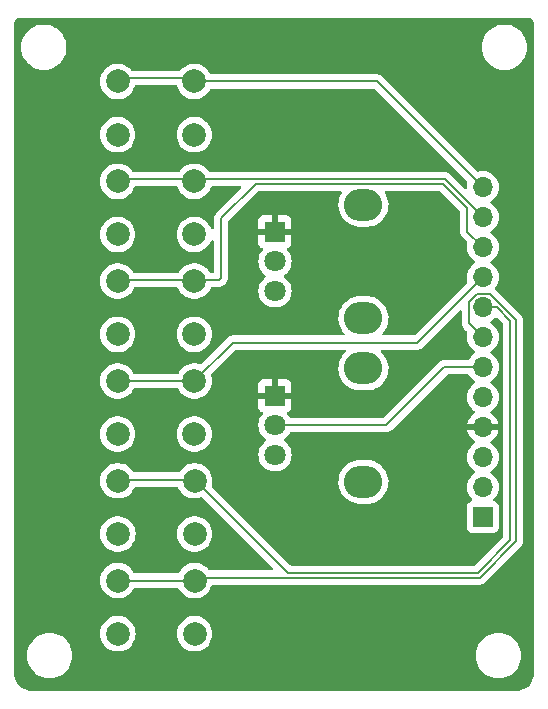
<source format=gtl>
G04 #@! TF.GenerationSoftware,KiCad,Pcbnew,7.0.9*
G04 #@! TF.CreationDate,2023-12-18T22:45:15-06:00*
G04 #@! TF.ProjectId,pod_basic_expander2,706f645f-6261-4736-9963-5f657870616e,rev?*
G04 #@! TF.SameCoordinates,Original*
G04 #@! TF.FileFunction,Copper,L1,Top*
G04 #@! TF.FilePolarity,Positive*
%FSLAX46Y46*%
G04 Gerber Fmt 4.6, Leading zero omitted, Abs format (unit mm)*
G04 Created by KiCad (PCBNEW 7.0.9) date 2023-12-18 22:45:15*
%MOMM*%
%LPD*%
G01*
G04 APERTURE LIST*
G04 #@! TA.AperFunction,ComponentPad*
%ADD10O,3.240000X2.720000*%
G04 #@! TD*
G04 #@! TA.AperFunction,ComponentPad*
%ADD11R,1.800000X1.800000*%
G04 #@! TD*
G04 #@! TA.AperFunction,ComponentPad*
%ADD12C,1.800000*%
G04 #@! TD*
G04 #@! TA.AperFunction,ComponentPad*
%ADD13C,2.000000*%
G04 #@! TD*
G04 #@! TA.AperFunction,ComponentPad*
%ADD14R,1.700000X1.700000*%
G04 #@! TD*
G04 #@! TA.AperFunction,ComponentPad*
%ADD15O,1.700000X1.700000*%
G04 #@! TD*
G04 #@! TA.AperFunction,Conductor*
%ADD16C,0.200000*%
G04 #@! TD*
G04 APERTURE END LIST*
D10*
X90070000Y-70200000D03*
X90070000Y-79800000D03*
D11*
X82570000Y-72500000D03*
D12*
X82570000Y-75000000D03*
X82570000Y-77500000D03*
D13*
X69250000Y-54351222D03*
X75750000Y-54351222D03*
X69250000Y-58851222D03*
X75750000Y-58851222D03*
X69273315Y-88156111D03*
X75773315Y-88156111D03*
X69273315Y-92656111D03*
X75773315Y-92656111D03*
D14*
X100170000Y-82790000D03*
D15*
X100170000Y-80250000D03*
X100170000Y-77710000D03*
X100170000Y-75170000D03*
X100170000Y-72630000D03*
X100170000Y-70090000D03*
X100170000Y-67550000D03*
X100170000Y-65010000D03*
X100170000Y-62470000D03*
X100170000Y-59930000D03*
X100170000Y-57390000D03*
X100170000Y-54850000D03*
D13*
X69250000Y-45900000D03*
X75750000Y-45900000D03*
X69250000Y-50400000D03*
X75750000Y-50400000D03*
X69273315Y-79704888D03*
X75773315Y-79704888D03*
X69273315Y-84204888D03*
X75773315Y-84204888D03*
X69250000Y-62802444D03*
X75750000Y-62802444D03*
X69250000Y-67302444D03*
X75750000Y-67302444D03*
D10*
X90070000Y-56330000D03*
X90070000Y-65930000D03*
D11*
X82570000Y-58630000D03*
D12*
X82570000Y-61130000D03*
X82570000Y-63630000D03*
D13*
X69250000Y-71253666D03*
X75750000Y-71253666D03*
X69250000Y-75753666D03*
X75750000Y-75753666D03*
D16*
X100170000Y-70090000D02*
X96910000Y-70090000D01*
X96910000Y-70090000D02*
X92000000Y-75000000D01*
X92000000Y-75000000D02*
X82570000Y-75000000D01*
X99000000Y-66380000D02*
X100170000Y-67550000D01*
X99693654Y-63860000D02*
X99000000Y-64553654D01*
X99000000Y-64553654D02*
X99000000Y-66380000D01*
X103000000Y-66104314D02*
X100755686Y-63860000D01*
X100755686Y-63860000D02*
X99693654Y-63860000D01*
X69273315Y-88156111D02*
X75773315Y-88156111D01*
X99915686Y-87900000D02*
X103000000Y-84815686D01*
X75773315Y-88156111D02*
X75517204Y-87900000D01*
X103000000Y-84815686D02*
X103000000Y-66104314D01*
X75517204Y-87900000D02*
X99915686Y-87900000D01*
X75773315Y-79606111D02*
X83667204Y-87500000D01*
X69273315Y-79606111D02*
X75773315Y-79606111D01*
X102500000Y-66170000D02*
X101340000Y-65010000D01*
X83667204Y-87500000D02*
X99750000Y-87500000D01*
X99750000Y-87500000D02*
X102500000Y-84750000D01*
X101340000Y-65010000D02*
X100170000Y-65010000D01*
X102500000Y-84750000D02*
X102500000Y-66170000D01*
X94640000Y-68000000D02*
X100170000Y-62470000D01*
X75750000Y-71250000D02*
X79000000Y-68000000D01*
X79000000Y-68000000D02*
X94640000Y-68000000D01*
X69250000Y-71250000D02*
X75750000Y-71250000D01*
X69250000Y-62700000D02*
X75750000Y-62700000D01*
X77800000Y-62700000D02*
X78000000Y-62500000D01*
X98857157Y-58617157D02*
X100170000Y-59930000D01*
X80950000Y-54550000D02*
X96764314Y-54550000D01*
X78000000Y-57500000D02*
X80950000Y-54550000D01*
X98857157Y-56642843D02*
X98857157Y-58617157D01*
X75750000Y-62700000D02*
X76020000Y-62430000D01*
X96764314Y-54550000D02*
X98857157Y-56642843D01*
X75750000Y-62700000D02*
X77800000Y-62700000D01*
X78000000Y-62500000D02*
X78000000Y-57500000D01*
X75750000Y-54150000D02*
X96930000Y-54150000D01*
X69250000Y-54150000D02*
X75750000Y-54150000D01*
X96930000Y-54150000D02*
X100170000Y-57390000D01*
X69250000Y-45600000D02*
X75750000Y-45600000D01*
X91220000Y-45900000D02*
X100170000Y-54850000D01*
X75750000Y-45900000D02*
X91220000Y-45900000D01*
G04 #@! TA.AperFunction,Conductor*
G36*
X104003458Y-40500889D02*
G01*
X104097266Y-40511459D01*
X104124331Y-40517636D01*
X104203540Y-40545352D01*
X104228553Y-40557398D01*
X104299606Y-40602043D01*
X104321313Y-40619355D01*
X104380644Y-40678686D01*
X104397957Y-40700395D01*
X104442600Y-40771444D01*
X104454648Y-40796462D01*
X104482362Y-40875666D01*
X104488540Y-40902735D01*
X104493133Y-40943501D01*
X104499110Y-40996535D01*
X104499500Y-41003482D01*
X104499500Y-95997786D01*
X104499342Y-96002210D01*
X104484869Y-96204557D01*
X104482351Y-96222068D01*
X104440646Y-96413787D01*
X104435662Y-96430763D01*
X104367090Y-96614609D01*
X104359740Y-96630701D01*
X104265711Y-96802904D01*
X104256146Y-96817789D01*
X104138558Y-96974867D01*
X104126972Y-96988237D01*
X103988237Y-97126972D01*
X103974867Y-97138558D01*
X103817789Y-97256146D01*
X103802904Y-97265711D01*
X103630701Y-97359740D01*
X103614609Y-97367090D01*
X103430763Y-97435662D01*
X103413787Y-97440646D01*
X103222068Y-97482351D01*
X103204557Y-97484869D01*
X103023733Y-97497802D01*
X103002208Y-97499342D01*
X102997786Y-97499500D01*
X62002214Y-97499500D01*
X61997791Y-97499342D01*
X61973413Y-97497598D01*
X61795442Y-97484869D01*
X61777931Y-97482351D01*
X61586212Y-97440646D01*
X61569236Y-97435662D01*
X61385390Y-97367090D01*
X61369298Y-97359740D01*
X61197095Y-97265711D01*
X61182210Y-97256146D01*
X61025132Y-97138558D01*
X61011762Y-97126972D01*
X60873027Y-96988237D01*
X60861441Y-96974867D01*
X60743849Y-96817784D01*
X60734288Y-96802904D01*
X60640259Y-96630701D01*
X60632909Y-96614609D01*
X60572091Y-96451551D01*
X60564334Y-96430755D01*
X60559355Y-96413797D01*
X60517647Y-96222063D01*
X60515130Y-96204556D01*
X60500658Y-96002210D01*
X60500500Y-95997786D01*
X60500500Y-94500001D01*
X61580395Y-94500001D01*
X61599934Y-94773188D01*
X61599935Y-94773195D01*
X61657337Y-95037068D01*
X61658152Y-95040815D01*
X61753866Y-95297433D01*
X61753868Y-95297438D01*
X61885122Y-95537811D01*
X61885127Y-95537819D01*
X62049252Y-95757066D01*
X62049268Y-95757084D01*
X62242915Y-95950731D01*
X62242933Y-95950747D01*
X62462180Y-96114872D01*
X62462188Y-96114877D01*
X62702561Y-96246131D01*
X62702560Y-96246131D01*
X62702564Y-96246132D01*
X62702567Y-96246134D01*
X62959185Y-96341848D01*
X63226812Y-96400066D01*
X63480460Y-96418207D01*
X63499999Y-96419605D01*
X63500000Y-96419605D01*
X63500001Y-96419605D01*
X63518235Y-96418300D01*
X63773188Y-96400066D01*
X64040815Y-96341848D01*
X64297433Y-96246134D01*
X64537817Y-96114874D01*
X64757074Y-95950741D01*
X64950741Y-95757074D01*
X65114874Y-95537817D01*
X65246134Y-95297433D01*
X65341848Y-95040815D01*
X65400066Y-94773188D01*
X65419605Y-94500001D01*
X99580395Y-94500001D01*
X99599934Y-94773188D01*
X99599935Y-94773195D01*
X99657337Y-95037068D01*
X99658152Y-95040815D01*
X99753866Y-95297433D01*
X99753868Y-95297438D01*
X99885122Y-95537811D01*
X99885127Y-95537819D01*
X100049252Y-95757066D01*
X100049268Y-95757084D01*
X100242915Y-95950731D01*
X100242933Y-95950747D01*
X100462180Y-96114872D01*
X100462188Y-96114877D01*
X100702561Y-96246131D01*
X100702560Y-96246131D01*
X100702564Y-96246132D01*
X100702567Y-96246134D01*
X100959185Y-96341848D01*
X101226812Y-96400066D01*
X101480460Y-96418207D01*
X101499999Y-96419605D01*
X101500000Y-96419605D01*
X101500001Y-96419605D01*
X101518235Y-96418300D01*
X101773188Y-96400066D01*
X102040815Y-96341848D01*
X102297433Y-96246134D01*
X102537817Y-96114874D01*
X102757074Y-95950741D01*
X102950741Y-95757074D01*
X103114874Y-95537817D01*
X103246134Y-95297433D01*
X103341848Y-95040815D01*
X103400066Y-94773188D01*
X103419605Y-94500000D01*
X103400066Y-94226812D01*
X103341848Y-93959185D01*
X103246134Y-93702567D01*
X103179696Y-93580896D01*
X103114877Y-93462188D01*
X103114872Y-93462180D01*
X102950747Y-93242933D01*
X102950731Y-93242915D01*
X102757084Y-93049268D01*
X102757066Y-93049252D01*
X102537819Y-92885127D01*
X102537811Y-92885122D01*
X102297438Y-92753868D01*
X102297439Y-92753868D01*
X102247468Y-92735230D01*
X102040815Y-92658152D01*
X102040808Y-92658150D01*
X102040807Y-92658150D01*
X101773195Y-92599935D01*
X101773188Y-92599934D01*
X101500001Y-92580395D01*
X101499999Y-92580395D01*
X101226811Y-92599934D01*
X101226804Y-92599935D01*
X100959192Y-92658150D01*
X100959188Y-92658151D01*
X100959185Y-92658152D01*
X100774489Y-92727040D01*
X100702561Y-92753868D01*
X100462188Y-92885122D01*
X100462180Y-92885127D01*
X100242933Y-93049252D01*
X100242915Y-93049268D01*
X100049268Y-93242915D01*
X100049252Y-93242933D01*
X99885127Y-93462180D01*
X99885122Y-93462188D01*
X99753868Y-93702561D01*
X99753866Y-93702567D01*
X99658152Y-93959185D01*
X99658151Y-93959188D01*
X99658150Y-93959192D01*
X99599935Y-94226804D01*
X99599934Y-94226811D01*
X99580395Y-94499998D01*
X99580395Y-94500001D01*
X65419605Y-94500001D01*
X65419605Y-94500000D01*
X65400066Y-94226812D01*
X65341848Y-93959185D01*
X65246134Y-93702567D01*
X65179696Y-93580896D01*
X65114877Y-93462188D01*
X65114872Y-93462180D01*
X64950747Y-93242933D01*
X64950731Y-93242915D01*
X64757084Y-93049268D01*
X64757066Y-93049252D01*
X64537819Y-92885127D01*
X64537811Y-92885122D01*
X64297438Y-92753868D01*
X64297439Y-92753868D01*
X64247468Y-92735230D01*
X64040815Y-92658152D01*
X64040808Y-92658150D01*
X64040807Y-92658150D01*
X64031457Y-92656116D01*
X67767672Y-92656116D01*
X67788205Y-92903923D01*
X67788207Y-92903935D01*
X67849251Y-93144992D01*
X67949141Y-93372717D01*
X68085148Y-93580893D01*
X68085151Y-93580896D01*
X68253571Y-93763849D01*
X68449806Y-93916585D01*
X68668505Y-94034939D01*
X68903701Y-94115682D01*
X69148980Y-94156611D01*
X69397650Y-94156611D01*
X69642929Y-94115682D01*
X69878125Y-94034939D01*
X70096824Y-93916585D01*
X70293059Y-93763849D01*
X70461479Y-93580896D01*
X70597488Y-93372718D01*
X70697378Y-93144992D01*
X70758423Y-92903932D01*
X70759981Y-92885127D01*
X70778958Y-92656116D01*
X74267672Y-92656116D01*
X74288205Y-92903923D01*
X74288207Y-92903935D01*
X74349251Y-93144992D01*
X74449141Y-93372717D01*
X74585148Y-93580893D01*
X74585151Y-93580896D01*
X74753571Y-93763849D01*
X74949806Y-93916585D01*
X75168505Y-94034939D01*
X75403701Y-94115682D01*
X75648980Y-94156611D01*
X75897650Y-94156611D01*
X76142929Y-94115682D01*
X76378125Y-94034939D01*
X76596824Y-93916585D01*
X76793059Y-93763849D01*
X76961479Y-93580896D01*
X77097488Y-93372718D01*
X77197378Y-93144992D01*
X77258423Y-92903932D01*
X77259981Y-92885127D01*
X77278958Y-92656116D01*
X77278958Y-92656105D01*
X77258424Y-92408298D01*
X77258422Y-92408286D01*
X77197378Y-92167229D01*
X77097488Y-91939504D01*
X76961481Y-91731328D01*
X76939872Y-91707855D01*
X76793059Y-91548373D01*
X76596824Y-91395637D01*
X76596822Y-91395636D01*
X76596821Y-91395635D01*
X76378126Y-91277283D01*
X76378117Y-91277280D01*
X76142931Y-91196540D01*
X75897650Y-91155611D01*
X75648980Y-91155611D01*
X75403698Y-91196540D01*
X75168512Y-91277280D01*
X75168503Y-91277283D01*
X74949808Y-91395635D01*
X74753572Y-91548372D01*
X74585148Y-91731328D01*
X74449141Y-91939504D01*
X74349251Y-92167229D01*
X74288207Y-92408286D01*
X74288205Y-92408298D01*
X74267672Y-92656105D01*
X74267672Y-92656116D01*
X70778958Y-92656116D01*
X70778958Y-92656105D01*
X70758424Y-92408298D01*
X70758422Y-92408286D01*
X70697378Y-92167229D01*
X70597488Y-91939504D01*
X70461481Y-91731328D01*
X70439872Y-91707855D01*
X70293059Y-91548373D01*
X70096824Y-91395637D01*
X70096822Y-91395636D01*
X70096821Y-91395635D01*
X69878126Y-91277283D01*
X69878117Y-91277280D01*
X69642931Y-91196540D01*
X69397650Y-91155611D01*
X69148980Y-91155611D01*
X68903698Y-91196540D01*
X68668512Y-91277280D01*
X68668503Y-91277283D01*
X68449808Y-91395635D01*
X68253572Y-91548372D01*
X68085148Y-91731328D01*
X67949141Y-91939504D01*
X67849251Y-92167229D01*
X67788207Y-92408286D01*
X67788205Y-92408298D01*
X67767672Y-92656105D01*
X67767672Y-92656116D01*
X64031457Y-92656116D01*
X63773195Y-92599935D01*
X63773188Y-92599934D01*
X63500001Y-92580395D01*
X63499999Y-92580395D01*
X63226811Y-92599934D01*
X63226804Y-92599935D01*
X62959192Y-92658150D01*
X62959188Y-92658151D01*
X62959185Y-92658152D01*
X62774489Y-92727040D01*
X62702561Y-92753868D01*
X62462188Y-92885122D01*
X62462180Y-92885127D01*
X62242933Y-93049252D01*
X62242915Y-93049268D01*
X62049268Y-93242915D01*
X62049252Y-93242933D01*
X61885127Y-93462180D01*
X61885122Y-93462188D01*
X61753868Y-93702561D01*
X61753866Y-93702567D01*
X61658152Y-93959185D01*
X61658151Y-93959188D01*
X61658150Y-93959192D01*
X61599935Y-94226804D01*
X61599934Y-94226811D01*
X61580395Y-94499998D01*
X61580395Y-94500001D01*
X60500500Y-94500001D01*
X60500500Y-84204893D01*
X67767672Y-84204893D01*
X67788205Y-84452700D01*
X67788207Y-84452712D01*
X67849251Y-84693769D01*
X67949141Y-84921494D01*
X68085148Y-85129670D01*
X68085151Y-85129673D01*
X68253571Y-85312626D01*
X68449806Y-85465362D01*
X68668505Y-85583716D01*
X68903701Y-85664459D01*
X69148980Y-85705388D01*
X69397650Y-85705388D01*
X69642929Y-85664459D01*
X69878125Y-85583716D01*
X70096824Y-85465362D01*
X70293059Y-85312626D01*
X70461479Y-85129673D01*
X70597488Y-84921495D01*
X70697378Y-84693769D01*
X70758423Y-84452709D01*
X70778958Y-84204893D01*
X74267672Y-84204893D01*
X74288205Y-84452700D01*
X74288207Y-84452712D01*
X74349251Y-84693769D01*
X74449141Y-84921494D01*
X74585148Y-85129670D01*
X74585151Y-85129673D01*
X74753571Y-85312626D01*
X74949806Y-85465362D01*
X75168505Y-85583716D01*
X75403701Y-85664459D01*
X75648980Y-85705388D01*
X75897650Y-85705388D01*
X76142929Y-85664459D01*
X76378125Y-85583716D01*
X76596824Y-85465362D01*
X76793059Y-85312626D01*
X76961479Y-85129673D01*
X77097488Y-84921495D01*
X77197378Y-84693769D01*
X77258423Y-84452709D01*
X77278958Y-84204888D01*
X77268924Y-84083797D01*
X77258424Y-83957075D01*
X77258422Y-83957063D01*
X77197378Y-83716006D01*
X77097488Y-83488281D01*
X76961481Y-83280105D01*
X76939872Y-83256632D01*
X76793059Y-83097150D01*
X76596824Y-82944414D01*
X76596822Y-82944413D01*
X76596821Y-82944412D01*
X76378126Y-82826060D01*
X76378117Y-82826057D01*
X76142931Y-82745317D01*
X75897650Y-82704388D01*
X75648980Y-82704388D01*
X75403698Y-82745317D01*
X75168512Y-82826057D01*
X75168503Y-82826060D01*
X74949808Y-82944412D01*
X74753572Y-83097149D01*
X74585148Y-83280105D01*
X74449141Y-83488281D01*
X74349251Y-83716006D01*
X74288207Y-83957063D01*
X74288205Y-83957075D01*
X74267672Y-84204882D01*
X74267672Y-84204893D01*
X70778958Y-84204893D01*
X70778958Y-84204888D01*
X70768924Y-84083797D01*
X70758424Y-83957075D01*
X70758422Y-83957063D01*
X70697378Y-83716006D01*
X70597488Y-83488281D01*
X70461481Y-83280105D01*
X70439872Y-83256632D01*
X70293059Y-83097150D01*
X70096824Y-82944414D01*
X70096822Y-82944413D01*
X70096821Y-82944412D01*
X69878126Y-82826060D01*
X69878117Y-82826057D01*
X69642931Y-82745317D01*
X69397650Y-82704388D01*
X69148980Y-82704388D01*
X68903698Y-82745317D01*
X68668512Y-82826057D01*
X68668503Y-82826060D01*
X68449808Y-82944412D01*
X68253572Y-83097149D01*
X68085148Y-83280105D01*
X67949141Y-83488281D01*
X67849251Y-83716006D01*
X67788207Y-83957063D01*
X67788205Y-83957075D01*
X67767672Y-84204882D01*
X67767672Y-84204893D01*
X60500500Y-84204893D01*
X60500500Y-75753671D01*
X67744357Y-75753671D01*
X67764890Y-76001478D01*
X67764892Y-76001490D01*
X67825936Y-76242547D01*
X67925826Y-76470272D01*
X68061833Y-76678448D01*
X68061836Y-76678451D01*
X68230256Y-76861404D01*
X68426491Y-77014140D01*
X68645190Y-77132494D01*
X68880386Y-77213237D01*
X69125665Y-77254166D01*
X69374335Y-77254166D01*
X69619614Y-77213237D01*
X69854810Y-77132494D01*
X70073509Y-77014140D01*
X70269744Y-76861404D01*
X70438164Y-76678451D01*
X70574173Y-76470273D01*
X70674063Y-76242547D01*
X70735108Y-76001487D01*
X70746571Y-75863153D01*
X70755643Y-75753671D01*
X74244357Y-75753671D01*
X74264890Y-76001478D01*
X74264892Y-76001490D01*
X74325936Y-76242547D01*
X74425826Y-76470272D01*
X74561833Y-76678448D01*
X74561836Y-76678451D01*
X74730256Y-76861404D01*
X74926491Y-77014140D01*
X75145190Y-77132494D01*
X75380386Y-77213237D01*
X75625665Y-77254166D01*
X75874335Y-77254166D01*
X76119614Y-77213237D01*
X76354810Y-77132494D01*
X76573509Y-77014140D01*
X76769744Y-76861404D01*
X76938164Y-76678451D01*
X77074173Y-76470273D01*
X77174063Y-76242547D01*
X77235108Y-76001487D01*
X77246571Y-75863153D01*
X77255643Y-75753671D01*
X77255643Y-75753660D01*
X77235109Y-75505853D01*
X77235107Y-75505841D01*
X77174063Y-75264784D01*
X77074173Y-75037059D01*
X76938166Y-74828883D01*
X76825516Y-74706513D01*
X76769744Y-74645928D01*
X76573509Y-74493192D01*
X76573507Y-74493191D01*
X76573506Y-74493190D01*
X76354811Y-74374838D01*
X76354802Y-74374835D01*
X76119616Y-74294095D01*
X75874335Y-74253166D01*
X75625665Y-74253166D01*
X75380383Y-74294095D01*
X75145197Y-74374835D01*
X75145188Y-74374838D01*
X74926493Y-74493190D01*
X74730257Y-74645927D01*
X74561833Y-74828883D01*
X74425826Y-75037059D01*
X74325936Y-75264784D01*
X74264892Y-75505841D01*
X74264890Y-75505853D01*
X74244357Y-75753660D01*
X74244357Y-75753671D01*
X70755643Y-75753671D01*
X70755643Y-75753660D01*
X70735109Y-75505853D01*
X70735107Y-75505841D01*
X70674063Y-75264784D01*
X70574173Y-75037059D01*
X70438166Y-74828883D01*
X70325516Y-74706513D01*
X70269744Y-74645928D01*
X70073509Y-74493192D01*
X70073507Y-74493191D01*
X70073506Y-74493190D01*
X69854811Y-74374838D01*
X69854802Y-74374835D01*
X69619616Y-74294095D01*
X69374335Y-74253166D01*
X69125665Y-74253166D01*
X68880383Y-74294095D01*
X68645197Y-74374835D01*
X68645188Y-74374838D01*
X68426493Y-74493190D01*
X68230257Y-74645927D01*
X68061833Y-74828883D01*
X67925826Y-75037059D01*
X67825936Y-75264784D01*
X67764892Y-75505841D01*
X67764890Y-75505853D01*
X67744357Y-75753660D01*
X67744357Y-75753671D01*
X60500500Y-75753671D01*
X60500500Y-71253671D01*
X67744357Y-71253671D01*
X67764890Y-71501478D01*
X67764892Y-71501490D01*
X67825936Y-71742547D01*
X67925826Y-71970272D01*
X68061833Y-72178448D01*
X68061836Y-72178451D01*
X68230256Y-72361404D01*
X68426491Y-72514140D01*
X68426493Y-72514141D01*
X68640579Y-72629999D01*
X68645190Y-72632494D01*
X68880386Y-72713237D01*
X69125665Y-72754166D01*
X69374335Y-72754166D01*
X69619614Y-72713237D01*
X69854810Y-72632494D01*
X70073509Y-72514140D01*
X70269744Y-72361404D01*
X70438164Y-72178451D01*
X70574173Y-71970273D01*
X70594168Y-71924689D01*
X70639124Y-71871204D01*
X70705860Y-71850514D01*
X70707724Y-71850500D01*
X74292276Y-71850500D01*
X74359315Y-71870185D01*
X74405070Y-71922989D01*
X74405832Y-71924689D01*
X74425827Y-71970274D01*
X74561833Y-72178448D01*
X74561836Y-72178451D01*
X74730256Y-72361404D01*
X74926491Y-72514140D01*
X74926493Y-72514141D01*
X75140579Y-72629999D01*
X75145190Y-72632494D01*
X75380386Y-72713237D01*
X75625665Y-72754166D01*
X75874335Y-72754166D01*
X76119614Y-72713237D01*
X76354810Y-72632494D01*
X76573509Y-72514140D01*
X76769744Y-72361404D01*
X76938164Y-72178451D01*
X77074173Y-71970273D01*
X77174063Y-71742547D01*
X77235108Y-71501487D01*
X77244073Y-71393295D01*
X77255643Y-71253671D01*
X77255643Y-71253660D01*
X77235109Y-71005853D01*
X77235107Y-71005841D01*
X77173251Y-70761578D01*
X77175876Y-70691758D01*
X77205774Y-70643459D01*
X79212416Y-68636819D01*
X79273739Y-68603334D01*
X79300097Y-68600500D01*
X88475940Y-68600500D01*
X88542979Y-68620185D01*
X88588734Y-68672989D01*
X88598678Y-68742147D01*
X88569653Y-68805703D01*
X88565208Y-68810565D01*
X88376109Y-69006701D01*
X88376102Y-69006709D01*
X88217647Y-69228189D01*
X88217640Y-69228201D01*
X88093117Y-69470397D01*
X88093111Y-69470411D01*
X88005184Y-69728145D01*
X88005180Y-69728163D01*
X87955715Y-69995959D01*
X87955713Y-69995979D01*
X87945767Y-70268129D01*
X87975552Y-70538827D01*
X87975554Y-70538840D01*
X88035420Y-70767834D01*
X88044438Y-70802326D01*
X88150953Y-71052975D01*
X88273433Y-71253666D01*
X88292824Y-71285439D01*
X88292831Y-71285449D01*
X88434735Y-71455965D01*
X88467037Y-71494779D01*
X88669869Y-71676518D01*
X88897002Y-71826788D01*
X89143594Y-71942386D01*
X89404389Y-72020847D01*
X89673829Y-72060500D01*
X89673834Y-72060500D01*
X90398005Y-72060500D01*
X90449780Y-72056710D01*
X90601616Y-72045597D01*
X90712723Y-72020847D01*
X90867435Y-71986384D01*
X90867437Y-71986383D01*
X90867442Y-71986382D01*
X91121814Y-71889093D01*
X91359310Y-71755804D01*
X91574868Y-71589355D01*
X91763894Y-71393295D01*
X91922358Y-71171802D01*
X92046885Y-70929597D01*
X92103111Y-70764785D01*
X92134815Y-70671854D01*
X92134815Y-70671850D01*
X92134819Y-70671841D01*
X92184286Y-70404029D01*
X92194232Y-70131869D01*
X92164446Y-69861161D01*
X92095562Y-69597674D01*
X91989047Y-69347025D01*
X91847173Y-69114556D01*
X91672963Y-68905221D01*
X91672957Y-68905215D01*
X91574338Y-68816851D01*
X91537545Y-68757454D01*
X91538705Y-68687594D01*
X91577451Y-68629451D01*
X91641480Y-68601486D01*
X91657086Y-68600500D01*
X94596572Y-68600500D01*
X94604670Y-68601030D01*
X94640000Y-68605682D01*
X94640001Y-68605682D01*
X94692254Y-68598802D01*
X94796762Y-68585044D01*
X94942841Y-68524536D01*
X94953899Y-68516050D01*
X94962385Y-68509540D01*
X95068279Y-68428284D01*
X95068278Y-68428284D01*
X95068282Y-68428282D01*
X95089984Y-68399998D01*
X95095310Y-68393923D01*
X98187821Y-65301413D01*
X98249142Y-65267930D01*
X98318834Y-65272914D01*
X98374767Y-65314786D01*
X98399184Y-65380250D01*
X98399500Y-65389096D01*
X98399500Y-66336571D01*
X98398969Y-66344669D01*
X98394318Y-66380000D01*
X98397193Y-66401841D01*
X98399500Y-66419360D01*
X98414955Y-66536760D01*
X98414956Y-66536762D01*
X98475464Y-66682841D01*
X98571718Y-66808282D01*
X98599995Y-66829980D01*
X98606085Y-66835320D01*
X98786204Y-67015439D01*
X98837233Y-67066468D01*
X98870718Y-67127791D01*
X98869327Y-67186241D01*
X98834939Y-67314583D01*
X98834936Y-67314596D01*
X98814341Y-67549999D01*
X98814341Y-67550000D01*
X98834936Y-67785403D01*
X98834938Y-67785413D01*
X98896094Y-68013655D01*
X98896096Y-68013659D01*
X98896097Y-68013663D01*
X98995683Y-68227226D01*
X98995965Y-68227830D01*
X98995967Y-68227834D01*
X99104281Y-68382521D01*
X99123649Y-68410182D01*
X99131501Y-68421395D01*
X99131506Y-68421402D01*
X99298597Y-68588493D01*
X99298603Y-68588498D01*
X99484158Y-68718425D01*
X99527783Y-68773002D01*
X99534977Y-68842500D01*
X99503454Y-68904855D01*
X99484158Y-68921575D01*
X99298597Y-69051505D01*
X99131506Y-69218596D01*
X98995965Y-69412170D01*
X98995962Y-69412175D01*
X98993289Y-69417909D01*
X98947115Y-69470346D01*
X98880909Y-69489500D01*
X96953434Y-69489500D01*
X96945334Y-69488969D01*
X96910000Y-69484317D01*
X96909999Y-69484317D01*
X96753238Y-69504955D01*
X96607157Y-69565464D01*
X96481719Y-69661716D01*
X96460019Y-69689994D01*
X96454667Y-69696096D01*
X94105168Y-72045597D01*
X91787584Y-74363181D01*
X91726261Y-74396666D01*
X91699903Y-74399500D01*
X83916801Y-74399500D01*
X83849762Y-74379815D01*
X83807747Y-74334519D01*
X83805924Y-74331151D01*
X83678983Y-74136852D01*
X83678980Y-74136849D01*
X83678979Y-74136847D01*
X83611241Y-74063264D01*
X83580321Y-74000612D01*
X83588181Y-73931186D01*
X83632329Y-73877031D01*
X83659140Y-73863102D01*
X83712086Y-73843354D01*
X83712093Y-73843350D01*
X83827187Y-73757190D01*
X83827190Y-73757187D01*
X83913350Y-73642093D01*
X83913354Y-73642086D01*
X83963596Y-73507379D01*
X83963598Y-73507372D01*
X83969999Y-73447844D01*
X83970000Y-73447827D01*
X83970000Y-72750000D01*
X83003686Y-72750000D01*
X83029493Y-72709844D01*
X83070000Y-72571889D01*
X83070000Y-72428111D01*
X83029493Y-72290156D01*
X83003686Y-72250000D01*
X83970000Y-72250000D01*
X83970000Y-71552172D01*
X83969999Y-71552155D01*
X83963598Y-71492627D01*
X83963596Y-71492620D01*
X83913354Y-71357913D01*
X83913350Y-71357906D01*
X83827190Y-71242812D01*
X83827187Y-71242809D01*
X83712093Y-71156649D01*
X83712086Y-71156645D01*
X83577379Y-71106403D01*
X83577372Y-71106401D01*
X83517844Y-71100000D01*
X82820000Y-71100000D01*
X82820000Y-72064498D01*
X82712315Y-72015320D01*
X82605763Y-72000000D01*
X82534237Y-72000000D01*
X82427685Y-72015320D01*
X82320000Y-72064498D01*
X82320000Y-71100000D01*
X81622155Y-71100000D01*
X81562627Y-71106401D01*
X81562620Y-71106403D01*
X81427913Y-71156645D01*
X81427906Y-71156649D01*
X81312812Y-71242809D01*
X81312809Y-71242812D01*
X81226649Y-71357906D01*
X81226645Y-71357913D01*
X81176403Y-71492620D01*
X81176401Y-71492627D01*
X81170000Y-71552155D01*
X81170000Y-72250000D01*
X82136314Y-72250000D01*
X82110507Y-72290156D01*
X82070000Y-72428111D01*
X82070000Y-72571889D01*
X82110507Y-72709844D01*
X82136314Y-72750000D01*
X81170000Y-72750000D01*
X81170000Y-73447844D01*
X81176401Y-73507372D01*
X81176403Y-73507379D01*
X81226645Y-73642086D01*
X81226649Y-73642093D01*
X81312809Y-73757187D01*
X81312812Y-73757190D01*
X81427906Y-73843350D01*
X81427913Y-73843354D01*
X81480859Y-73863102D01*
X81536793Y-73904973D01*
X81561210Y-73970438D01*
X81546358Y-74038711D01*
X81528757Y-74063265D01*
X81461021Y-74136847D01*
X81461019Y-74136848D01*
X81461016Y-74136853D01*
X81334075Y-74331151D01*
X81240842Y-74543699D01*
X81183866Y-74768691D01*
X81183864Y-74768702D01*
X81164700Y-74999993D01*
X81164700Y-75000006D01*
X81183864Y-75231297D01*
X81183866Y-75231308D01*
X81240842Y-75456300D01*
X81334075Y-75668848D01*
X81461016Y-75863147D01*
X81461019Y-75863151D01*
X81461021Y-75863153D01*
X81618216Y-76033913D01*
X81618219Y-76033915D01*
X81618222Y-76033918D01*
X81770122Y-76152147D01*
X81810935Y-76208857D01*
X81814610Y-76278630D01*
X81779978Y-76339313D01*
X81770122Y-76347853D01*
X81618222Y-76466081D01*
X81618219Y-76466084D01*
X81618216Y-76466086D01*
X81618216Y-76466087D01*
X81614363Y-76470273D01*
X81461016Y-76636852D01*
X81334075Y-76831151D01*
X81240842Y-77043699D01*
X81183866Y-77268691D01*
X81183864Y-77268702D01*
X81164700Y-77499993D01*
X81164700Y-77500006D01*
X81183864Y-77731297D01*
X81183866Y-77731308D01*
X81240842Y-77956300D01*
X81334075Y-78168848D01*
X81461016Y-78363147D01*
X81461019Y-78363151D01*
X81461021Y-78363153D01*
X81618216Y-78533913D01*
X81618219Y-78533915D01*
X81618222Y-78533918D01*
X81801365Y-78676464D01*
X81801371Y-78676468D01*
X81801374Y-78676470D01*
X82005497Y-78786936D01*
X82119487Y-78826068D01*
X82225015Y-78862297D01*
X82225017Y-78862297D01*
X82225019Y-78862298D01*
X82453951Y-78900500D01*
X82453952Y-78900500D01*
X82686048Y-78900500D01*
X82686049Y-78900500D01*
X82914981Y-78862298D01*
X83134503Y-78786936D01*
X83338626Y-78676470D01*
X83521784Y-78533913D01*
X83678979Y-78363153D01*
X83805924Y-78168849D01*
X83899157Y-77956300D01*
X83956134Y-77731305D01*
X83956135Y-77731297D01*
X83975300Y-77500006D01*
X83975300Y-77499993D01*
X83956135Y-77268702D01*
X83956133Y-77268691D01*
X83899157Y-77043699D01*
X83805924Y-76831151D01*
X83678983Y-76636852D01*
X83678980Y-76636849D01*
X83678979Y-76636847D01*
X83521784Y-76466087D01*
X83369876Y-76347852D01*
X83329064Y-76291143D01*
X83325389Y-76221370D01*
X83360020Y-76160687D01*
X83369876Y-76152147D01*
X83521784Y-76033913D01*
X83678979Y-75863153D01*
X83805924Y-75668849D01*
X83805926Y-75668843D01*
X83807747Y-75665481D01*
X83856967Y-75615891D01*
X83916801Y-75600500D01*
X91956572Y-75600500D01*
X91964670Y-75601030D01*
X92000000Y-75605682D01*
X92000001Y-75605682D01*
X92052254Y-75598802D01*
X92156762Y-75585044D01*
X92302841Y-75524536D01*
X92391768Y-75456300D01*
X92428282Y-75428282D01*
X92449984Y-75399998D01*
X92455310Y-75393923D01*
X97122416Y-70726819D01*
X97183739Y-70693334D01*
X97210097Y-70690500D01*
X98880909Y-70690500D01*
X98947948Y-70710185D01*
X98993292Y-70762097D01*
X98995965Y-70767830D01*
X99109229Y-70929588D01*
X99131501Y-70961395D01*
X99131506Y-70961402D01*
X99298597Y-71128493D01*
X99298603Y-71128498D01*
X99484158Y-71258425D01*
X99527783Y-71313002D01*
X99534977Y-71382500D01*
X99503454Y-71444855D01*
X99484158Y-71461575D01*
X99298597Y-71591505D01*
X99131505Y-71758597D01*
X98995965Y-71952169D01*
X98995964Y-71952171D01*
X98896098Y-72166335D01*
X98896094Y-72166344D01*
X98834938Y-72394586D01*
X98834936Y-72394596D01*
X98814341Y-72629999D01*
X98814341Y-72630000D01*
X98834936Y-72865403D01*
X98834938Y-72865413D01*
X98896094Y-73093655D01*
X98896096Y-73093659D01*
X98896097Y-73093663D01*
X98995965Y-73307830D01*
X98995967Y-73307834D01*
X99093992Y-73447827D01*
X99131505Y-73501401D01*
X99298599Y-73668495D01*
X99425268Y-73757190D01*
X99484594Y-73798730D01*
X99528219Y-73853307D01*
X99535413Y-73922805D01*
X99503890Y-73985160D01*
X99484595Y-74001880D01*
X99298922Y-74131890D01*
X99298920Y-74131891D01*
X99131891Y-74298920D01*
X99131886Y-74298926D01*
X98996400Y-74492420D01*
X98996399Y-74492422D01*
X98896570Y-74706507D01*
X98896567Y-74706513D01*
X98839364Y-74919999D01*
X98839364Y-74920000D01*
X99736314Y-74920000D01*
X99710507Y-74960156D01*
X99670000Y-75098111D01*
X99670000Y-75241889D01*
X99710507Y-75379844D01*
X99736314Y-75420000D01*
X98839364Y-75420000D01*
X98896567Y-75633486D01*
X98896570Y-75633492D01*
X98996399Y-75847578D01*
X99131894Y-76041082D01*
X99298917Y-76208105D01*
X99484595Y-76338119D01*
X99528219Y-76392696D01*
X99535412Y-76462195D01*
X99503890Y-76524549D01*
X99484595Y-76541269D01*
X99298594Y-76671508D01*
X99131505Y-76838597D01*
X98995965Y-77032169D01*
X98995964Y-77032171D01*
X98896098Y-77246335D01*
X98896094Y-77246344D01*
X98834938Y-77474586D01*
X98834936Y-77474596D01*
X98814341Y-77709999D01*
X98814341Y-77710000D01*
X98834936Y-77945403D01*
X98834938Y-77945413D01*
X98896094Y-78173655D01*
X98896096Y-78173659D01*
X98896097Y-78173663D01*
X98928988Y-78244198D01*
X98995965Y-78387830D01*
X98995967Y-78387834D01*
X99131501Y-78581395D01*
X99131506Y-78581402D01*
X99298597Y-78748493D01*
X99298603Y-78748498D01*
X99484158Y-78878425D01*
X99527783Y-78933002D01*
X99534977Y-79002500D01*
X99503454Y-79064855D01*
X99484158Y-79081575D01*
X99298597Y-79211505D01*
X99131505Y-79378597D01*
X98995965Y-79572169D01*
X98995964Y-79572171D01*
X98896098Y-79786335D01*
X98896094Y-79786344D01*
X98834938Y-80014586D01*
X98834936Y-80014596D01*
X98814341Y-80249999D01*
X98814341Y-80250000D01*
X98834936Y-80485403D01*
X98834938Y-80485413D01*
X98896094Y-80713655D01*
X98896096Y-80713659D01*
X98896097Y-80713663D01*
X98976198Y-80885439D01*
X98995965Y-80927830D01*
X98995967Y-80927834D01*
X99041804Y-80993295D01*
X99131501Y-81121396D01*
X99131506Y-81121402D01*
X99253430Y-81243326D01*
X99286915Y-81304649D01*
X99281931Y-81374341D01*
X99240059Y-81430274D01*
X99209083Y-81447189D01*
X99077669Y-81496203D01*
X99077664Y-81496206D01*
X98962455Y-81582452D01*
X98962452Y-81582455D01*
X98876206Y-81697664D01*
X98876202Y-81697671D01*
X98825908Y-81832517D01*
X98819501Y-81892116D01*
X98819501Y-81892123D01*
X98819500Y-81892135D01*
X98819500Y-83687870D01*
X98819501Y-83687876D01*
X98825908Y-83747483D01*
X98876202Y-83882328D01*
X98876206Y-83882335D01*
X98962452Y-83997544D01*
X98962455Y-83997547D01*
X99077664Y-84083793D01*
X99077671Y-84083797D01*
X99212517Y-84134091D01*
X99212516Y-84134091D01*
X99219444Y-84134835D01*
X99272127Y-84140500D01*
X101067872Y-84140499D01*
X101127483Y-84134091D01*
X101262331Y-84083796D01*
X101377546Y-83997546D01*
X101463796Y-83882331D01*
X101514091Y-83747483D01*
X101520500Y-83687873D01*
X101520499Y-81892128D01*
X101514091Y-81832517D01*
X101463796Y-81697669D01*
X101463795Y-81697668D01*
X101463793Y-81697664D01*
X101377547Y-81582455D01*
X101377544Y-81582452D01*
X101262335Y-81496206D01*
X101262328Y-81496202D01*
X101130917Y-81447189D01*
X101074983Y-81405318D01*
X101050566Y-81339853D01*
X101065418Y-81271580D01*
X101086563Y-81243332D01*
X101208495Y-81121401D01*
X101344035Y-80927830D01*
X101443903Y-80713663D01*
X101505063Y-80485408D01*
X101525659Y-80250000D01*
X101524202Y-80233352D01*
X101518837Y-80172029D01*
X101505063Y-80014592D01*
X101443903Y-79786337D01*
X101344035Y-79572171D01*
X101266306Y-79461161D01*
X101208494Y-79378597D01*
X101041402Y-79211506D01*
X101041396Y-79211501D01*
X100855842Y-79081575D01*
X100812217Y-79026998D01*
X100805023Y-78957500D01*
X100836546Y-78895145D01*
X100855842Y-78878425D01*
X100927586Y-78828189D01*
X101041401Y-78748495D01*
X101208495Y-78581401D01*
X101344035Y-78387830D01*
X101443903Y-78173663D01*
X101505063Y-77945408D01*
X101525659Y-77710000D01*
X101505063Y-77474592D01*
X101443903Y-77246337D01*
X101344035Y-77032171D01*
X101331411Y-77014141D01*
X101208494Y-76838597D01*
X101041402Y-76671506D01*
X101041401Y-76671505D01*
X100855405Y-76541269D01*
X100811781Y-76486692D01*
X100804588Y-76417193D01*
X100836110Y-76354839D01*
X100855405Y-76338119D01*
X101041082Y-76208105D01*
X101208105Y-76041082D01*
X101343600Y-75847578D01*
X101443429Y-75633492D01*
X101443432Y-75633486D01*
X101500636Y-75420000D01*
X100603686Y-75420000D01*
X100629493Y-75379844D01*
X100670000Y-75241889D01*
X100670000Y-75098111D01*
X100629493Y-74960156D01*
X100603686Y-74920000D01*
X101500636Y-74920000D01*
X101500635Y-74919999D01*
X101443432Y-74706513D01*
X101443429Y-74706507D01*
X101343600Y-74492422D01*
X101343599Y-74492420D01*
X101208113Y-74298926D01*
X101208108Y-74298920D01*
X101041078Y-74131890D01*
X100855405Y-74001879D01*
X100811780Y-73947302D01*
X100804588Y-73877804D01*
X100836110Y-73815449D01*
X100855406Y-73798730D01*
X101041401Y-73668495D01*
X101208495Y-73501401D01*
X101344035Y-73307830D01*
X101443903Y-73093663D01*
X101505063Y-72865408D01*
X101525659Y-72630000D01*
X101505063Y-72394592D01*
X101443903Y-72166337D01*
X101344035Y-71952171D01*
X101337184Y-71942386D01*
X101208494Y-71758597D01*
X101041402Y-71591506D01*
X101041396Y-71591501D01*
X100855842Y-71461575D01*
X100812217Y-71406998D01*
X100805023Y-71337500D01*
X100836546Y-71275145D01*
X100855842Y-71258425D01*
X100878144Y-71242809D01*
X101041401Y-71128495D01*
X101208495Y-70961401D01*
X101344035Y-70767830D01*
X101443903Y-70553663D01*
X101505063Y-70325408D01*
X101525659Y-70090000D01*
X101505063Y-69854592D01*
X101443903Y-69626337D01*
X101344035Y-69412171D01*
X101344034Y-69412169D01*
X101208494Y-69218597D01*
X101041402Y-69051506D01*
X101041396Y-69051501D01*
X100855842Y-68921575D01*
X100812217Y-68866998D01*
X100805023Y-68797500D01*
X100836546Y-68735145D01*
X100855842Y-68718425D01*
X100920731Y-68672989D01*
X101041401Y-68588495D01*
X101208495Y-68421401D01*
X101344035Y-68227830D01*
X101443903Y-68013663D01*
X101505063Y-67785408D01*
X101525659Y-67550000D01*
X101505063Y-67314592D01*
X101443903Y-67086337D01*
X101344035Y-66872171D01*
X101318238Y-66835328D01*
X101208494Y-66678597D01*
X101041402Y-66511506D01*
X101041396Y-66511501D01*
X100855842Y-66381575D01*
X100812217Y-66326998D01*
X100805023Y-66257500D01*
X100836546Y-66195145D01*
X100855842Y-66178425D01*
X100905470Y-66143675D01*
X101041401Y-66048495D01*
X101197652Y-65892243D01*
X101258972Y-65858761D01*
X101328663Y-65863745D01*
X101373011Y-65892246D01*
X101863181Y-66382416D01*
X101896666Y-66443739D01*
X101899500Y-66470097D01*
X101899500Y-84449903D01*
X101879815Y-84516942D01*
X101863181Y-84537584D01*
X99537584Y-86863181D01*
X99476261Y-86896666D01*
X99449903Y-86899500D01*
X83967301Y-86899500D01*
X83900262Y-86879815D01*
X83879620Y-86863181D01*
X77249791Y-80233352D01*
X77216306Y-80172029D01*
X77217267Y-80115230D01*
X77258420Y-79952721D01*
X77258422Y-79952712D01*
X77258423Y-79952709D01*
X77258424Y-79952700D01*
X77265432Y-79868129D01*
X87945767Y-79868129D01*
X87975552Y-80138827D01*
X87975554Y-80138840D01*
X88012222Y-80279100D01*
X88044438Y-80402326D01*
X88150953Y-80652975D01*
X88292827Y-80885444D01*
X88467037Y-81094779D01*
X88669869Y-81276518D01*
X88897002Y-81426788D01*
X89143594Y-81542386D01*
X89404389Y-81620847D01*
X89673829Y-81660500D01*
X89673834Y-81660500D01*
X90398005Y-81660500D01*
X90449780Y-81656710D01*
X90601616Y-81645597D01*
X90712723Y-81620847D01*
X90867435Y-81586384D01*
X90867437Y-81586383D01*
X90867442Y-81586382D01*
X91121814Y-81489093D01*
X91359310Y-81355804D01*
X91574868Y-81189355D01*
X91763894Y-80993295D01*
X91922358Y-80771802D01*
X92046885Y-80529597D01*
X92090306Y-80402320D01*
X92134815Y-80271854D01*
X92134815Y-80271850D01*
X92134819Y-80271841D01*
X92184286Y-80004029D01*
X92194232Y-79731869D01*
X92164446Y-79461161D01*
X92095562Y-79197674D01*
X91989047Y-78947025D01*
X91847173Y-78714556D01*
X91672963Y-78505221D01*
X91470131Y-78323482D01*
X91351985Y-78245317D01*
X91243000Y-78173213D01*
X91233689Y-78168848D01*
X90996406Y-78057614D01*
X90735611Y-77979153D01*
X90735609Y-77979152D01*
X90735607Y-77979152D01*
X90638996Y-77964934D01*
X90466171Y-77939500D01*
X89742000Y-77939500D01*
X89741995Y-77939500D01*
X89538384Y-77954403D01*
X89538370Y-77954405D01*
X89272564Y-78013615D01*
X89272557Y-78013618D01*
X89018183Y-78110908D01*
X88780691Y-78244195D01*
X88780686Y-78244198D01*
X88565133Y-78410643D01*
X88565124Y-78410652D01*
X88376109Y-78606701D01*
X88376102Y-78606709D01*
X88217647Y-78828189D01*
X88217640Y-78828201D01*
X88093117Y-79070397D01*
X88093111Y-79070411D01*
X88005184Y-79328145D01*
X88005180Y-79328163D01*
X87955715Y-79595959D01*
X87955713Y-79595979D01*
X87945767Y-79868129D01*
X77265432Y-79868129D01*
X77278958Y-79704893D01*
X77278958Y-79704882D01*
X77258424Y-79457075D01*
X77258422Y-79457063D01*
X77197378Y-79216006D01*
X77097488Y-78988281D01*
X76961481Y-78780105D01*
X76901142Y-78714560D01*
X76793059Y-78597150D01*
X76596824Y-78444414D01*
X76596822Y-78444413D01*
X76596821Y-78444412D01*
X76378126Y-78326060D01*
X76378117Y-78326057D01*
X76142931Y-78245317D01*
X75897650Y-78204388D01*
X75648980Y-78204388D01*
X75403698Y-78245317D01*
X75168512Y-78326057D01*
X75168503Y-78326060D01*
X74949808Y-78444412D01*
X74753572Y-78597149D01*
X74585148Y-78780105D01*
X74474523Y-78949432D01*
X74421377Y-78994789D01*
X74370714Y-79005611D01*
X70675916Y-79005611D01*
X70608877Y-78985926D01*
X70572107Y-78949432D01*
X70461481Y-78780105D01*
X70401142Y-78714560D01*
X70293059Y-78597150D01*
X70096824Y-78444414D01*
X70096822Y-78444413D01*
X70096821Y-78444412D01*
X69878126Y-78326060D01*
X69878117Y-78326057D01*
X69642931Y-78245317D01*
X69397650Y-78204388D01*
X69148980Y-78204388D01*
X68903698Y-78245317D01*
X68668512Y-78326057D01*
X68668503Y-78326060D01*
X68449808Y-78444412D01*
X68253572Y-78597149D01*
X68085148Y-78780105D01*
X67949141Y-78988281D01*
X67849251Y-79216006D01*
X67788207Y-79457063D01*
X67788205Y-79457075D01*
X67767672Y-79704882D01*
X67767672Y-79704893D01*
X67788205Y-79952700D01*
X67788207Y-79952712D01*
X67849251Y-80193769D01*
X67949141Y-80421494D01*
X68085148Y-80629670D01*
X68085151Y-80629673D01*
X68253571Y-80812626D01*
X68449806Y-80965362D01*
X68668505Y-81083716D01*
X68903701Y-81164459D01*
X69148980Y-81205388D01*
X69397650Y-81205388D01*
X69642929Y-81164459D01*
X69878125Y-81083716D01*
X70096824Y-80965362D01*
X70293059Y-80812626D01*
X70461479Y-80629673D01*
X70597488Y-80421495D01*
X70659202Y-80280800D01*
X70704158Y-80227315D01*
X70770894Y-80206625D01*
X70772758Y-80206611D01*
X74273872Y-80206611D01*
X74340911Y-80226296D01*
X74386666Y-80279100D01*
X74387428Y-80280801D01*
X74449141Y-80421494D01*
X74585148Y-80629670D01*
X74585151Y-80629673D01*
X74753571Y-80812626D01*
X74949806Y-80965362D01*
X75168505Y-81083716D01*
X75403701Y-81164459D01*
X75648980Y-81205388D01*
X75897650Y-81205388D01*
X76142929Y-81164459D01*
X76322453Y-81102827D01*
X76392251Y-81099678D01*
X76450397Y-81132428D01*
X82405788Y-87087819D01*
X82439273Y-87149142D01*
X82434289Y-87218834D01*
X82392417Y-87274767D01*
X82326953Y-87299184D01*
X82318107Y-87299500D01*
X77073125Y-87299500D01*
X77006086Y-87279815D01*
X76969316Y-87243321D01*
X76961481Y-87231328D01*
X76885823Y-87149142D01*
X76793059Y-87048373D01*
X76596824Y-86895637D01*
X76596822Y-86895636D01*
X76596821Y-86895635D01*
X76378126Y-86777283D01*
X76378117Y-86777280D01*
X76142931Y-86696540D01*
X75897650Y-86655611D01*
X75648980Y-86655611D01*
X75403698Y-86696540D01*
X75168512Y-86777280D01*
X75168503Y-86777283D01*
X74949808Y-86895635D01*
X74753572Y-87048372D01*
X74585148Y-87231328D01*
X74449142Y-87439502D01*
X74430755Y-87481422D01*
X74385798Y-87534907D01*
X74319062Y-87555597D01*
X74317199Y-87555611D01*
X70729431Y-87555611D01*
X70662392Y-87535926D01*
X70616637Y-87483122D01*
X70615875Y-87481422D01*
X70597487Y-87439502D01*
X70461481Y-87231328D01*
X70385823Y-87149142D01*
X70293059Y-87048373D01*
X70096824Y-86895637D01*
X70096822Y-86895636D01*
X70096821Y-86895635D01*
X69878126Y-86777283D01*
X69878117Y-86777280D01*
X69642931Y-86696540D01*
X69397650Y-86655611D01*
X69148980Y-86655611D01*
X68903698Y-86696540D01*
X68668512Y-86777280D01*
X68668503Y-86777283D01*
X68449808Y-86895635D01*
X68253572Y-87048372D01*
X68085148Y-87231328D01*
X67949141Y-87439504D01*
X67849251Y-87667229D01*
X67788207Y-87908286D01*
X67788205Y-87908298D01*
X67767672Y-88156105D01*
X67767672Y-88156116D01*
X67788205Y-88403923D01*
X67788207Y-88403935D01*
X67849251Y-88644992D01*
X67949141Y-88872717D01*
X68085148Y-89080893D01*
X68085151Y-89080896D01*
X68253571Y-89263849D01*
X68449806Y-89416585D01*
X68668505Y-89534939D01*
X68903701Y-89615682D01*
X69148980Y-89656611D01*
X69397650Y-89656611D01*
X69642929Y-89615682D01*
X69878125Y-89534939D01*
X70096824Y-89416585D01*
X70293059Y-89263849D01*
X70461479Y-89080896D01*
X70597488Y-88872718D01*
X70615875Y-88830800D01*
X70660832Y-88777315D01*
X70727568Y-88756625D01*
X70729431Y-88756611D01*
X74317199Y-88756611D01*
X74384238Y-88776296D01*
X74429993Y-88829100D01*
X74430755Y-88830800D01*
X74449142Y-88872719D01*
X74585148Y-89080893D01*
X74585151Y-89080896D01*
X74753571Y-89263849D01*
X74949806Y-89416585D01*
X75168505Y-89534939D01*
X75403701Y-89615682D01*
X75648980Y-89656611D01*
X75897650Y-89656611D01*
X76142929Y-89615682D01*
X76378125Y-89534939D01*
X76596824Y-89416585D01*
X76793059Y-89263849D01*
X76961479Y-89080896D01*
X77097488Y-88872718D01*
X77197378Y-88644992D01*
X77210277Y-88594055D01*
X77245815Y-88533904D01*
X77308236Y-88502512D01*
X77330481Y-88500500D01*
X99872258Y-88500500D01*
X99880356Y-88501030D01*
X99915686Y-88505682D01*
X99915687Y-88505682D01*
X99967940Y-88498802D01*
X100072448Y-88485044D01*
X100218527Y-88424536D01*
X100299967Y-88362045D01*
X100343968Y-88328282D01*
X100365669Y-88299999D01*
X100370997Y-88293922D01*
X103393922Y-85270997D01*
X103399999Y-85265669D01*
X103428282Y-85243968D01*
X103524536Y-85118527D01*
X103585044Y-84972448D01*
X103600500Y-84855047D01*
X103605682Y-84815686D01*
X103601030Y-84780355D01*
X103600500Y-84772257D01*
X103600500Y-66147741D01*
X103601031Y-66139640D01*
X103605682Y-66104314D01*
X103605682Y-66104312D01*
X103585044Y-65947553D01*
X103585044Y-65947552D01*
X103524536Y-65801473D01*
X103502853Y-65773215D01*
X103428282Y-65676032D01*
X103400005Y-65654334D01*
X103393904Y-65648983D01*
X101231753Y-63486832D01*
X101198268Y-63425509D01*
X101203252Y-63355817D01*
X101217857Y-63328030D01*
X101344035Y-63147830D01*
X101443903Y-62933663D01*
X101505063Y-62705408D01*
X101525659Y-62470000D01*
X101505063Y-62234592D01*
X101443903Y-62006337D01*
X101344035Y-61792171D01*
X101208495Y-61598599D01*
X101208494Y-61598597D01*
X101041402Y-61431506D01*
X101041396Y-61431501D01*
X100855842Y-61301575D01*
X100812217Y-61246998D01*
X100805023Y-61177500D01*
X100836546Y-61115145D01*
X100855842Y-61098425D01*
X100878026Y-61082891D01*
X101041401Y-60968495D01*
X101208495Y-60801401D01*
X101344035Y-60607830D01*
X101443903Y-60393663D01*
X101505063Y-60165408D01*
X101525659Y-59930000D01*
X101505063Y-59694592D01*
X101443903Y-59466337D01*
X101344035Y-59252171D01*
X101258491Y-59130000D01*
X101208494Y-59058597D01*
X101041402Y-58891506D01*
X101041396Y-58891501D01*
X100855842Y-58761575D01*
X100812217Y-58706998D01*
X100805023Y-58637500D01*
X100836546Y-58575145D01*
X100855842Y-58558425D01*
X100878026Y-58542891D01*
X101041401Y-58428495D01*
X101208495Y-58261401D01*
X101344035Y-58067830D01*
X101443903Y-57853663D01*
X101505063Y-57625408D01*
X101525659Y-57390000D01*
X101505063Y-57154592D01*
X101443903Y-56926337D01*
X101344035Y-56712171D01*
X101313695Y-56668840D01*
X101208494Y-56518597D01*
X101041402Y-56351506D01*
X101041396Y-56351501D01*
X100855842Y-56221575D01*
X100812217Y-56166998D01*
X100805023Y-56097500D01*
X100836546Y-56035145D01*
X100855842Y-56018425D01*
X100894782Y-55991159D01*
X101041401Y-55888495D01*
X101208495Y-55721401D01*
X101344035Y-55527830D01*
X101443903Y-55313663D01*
X101505063Y-55085408D01*
X101525659Y-54850000D01*
X101524793Y-54840107D01*
X101505063Y-54614596D01*
X101505063Y-54614592D01*
X101443903Y-54386337D01*
X101344035Y-54172171D01*
X101295880Y-54103397D01*
X101208494Y-53978597D01*
X101041402Y-53811506D01*
X101041395Y-53811501D01*
X100847834Y-53675967D01*
X100847830Y-53675965D01*
X100633663Y-53576097D01*
X100633659Y-53576096D01*
X100633655Y-53576094D01*
X100405413Y-53514938D01*
X100405403Y-53514936D01*
X100170001Y-53494341D01*
X100169999Y-53494341D01*
X99934596Y-53514936D01*
X99934583Y-53514939D01*
X99806241Y-53549327D01*
X99736392Y-53547664D01*
X99686468Y-53517233D01*
X95852628Y-49683393D01*
X91675320Y-45506085D01*
X91669980Y-45499995D01*
X91648282Y-45471718D01*
X91522841Y-45375464D01*
X91376762Y-45314956D01*
X91376760Y-45314955D01*
X91259361Y-45299500D01*
X91220000Y-45294318D01*
X91184670Y-45298969D01*
X91176572Y-45299500D01*
X77206116Y-45299500D01*
X77139077Y-45279815D01*
X77093322Y-45227011D01*
X77092560Y-45225311D01*
X77074172Y-45183391D01*
X76938166Y-44975217D01*
X76886971Y-44919605D01*
X76769744Y-44792262D01*
X76573509Y-44639526D01*
X76573507Y-44639525D01*
X76573506Y-44639524D01*
X76354811Y-44521172D01*
X76354802Y-44521169D01*
X76119616Y-44440429D01*
X75874335Y-44399500D01*
X75625665Y-44399500D01*
X75380383Y-44440429D01*
X75145197Y-44521169D01*
X75145188Y-44521172D01*
X74926493Y-44639524D01*
X74789525Y-44746131D01*
X74730256Y-44792262D01*
X74576317Y-44959483D01*
X74516432Y-44995473D01*
X74485089Y-44999500D01*
X70514911Y-44999500D01*
X70447872Y-44979815D01*
X70423684Y-44959485D01*
X70269744Y-44792262D01*
X70073509Y-44639526D01*
X70073507Y-44639525D01*
X70073506Y-44639524D01*
X69854811Y-44521172D01*
X69854802Y-44521169D01*
X69619616Y-44440429D01*
X69374335Y-44399500D01*
X69125665Y-44399500D01*
X68880383Y-44440429D01*
X68645197Y-44521169D01*
X68645188Y-44521172D01*
X68426493Y-44639524D01*
X68230257Y-44792261D01*
X68061833Y-44975217D01*
X67925826Y-45183393D01*
X67825936Y-45411118D01*
X67764892Y-45652175D01*
X67764890Y-45652187D01*
X67744357Y-45899994D01*
X67744357Y-45900005D01*
X67764890Y-46147812D01*
X67764892Y-46147824D01*
X67825936Y-46388881D01*
X67925826Y-46616606D01*
X68061833Y-46824782D01*
X68061836Y-46824785D01*
X68230256Y-47007738D01*
X68426491Y-47160474D01*
X68645190Y-47278828D01*
X68880386Y-47359571D01*
X69125665Y-47400500D01*
X69374335Y-47400500D01*
X69619614Y-47359571D01*
X69854810Y-47278828D01*
X70073509Y-47160474D01*
X70269744Y-47007738D01*
X70438164Y-46824785D01*
X70574173Y-46616607D01*
X70674063Y-46388881D01*
X70698075Y-46294059D01*
X70733615Y-46233904D01*
X70796035Y-46202512D01*
X70818281Y-46200500D01*
X74181719Y-46200500D01*
X74248758Y-46220185D01*
X74294513Y-46272989D01*
X74301925Y-46294060D01*
X74325937Y-46388881D01*
X74425826Y-46616606D01*
X74561833Y-46824782D01*
X74561836Y-46824785D01*
X74730256Y-47007738D01*
X74926491Y-47160474D01*
X75145190Y-47278828D01*
X75380386Y-47359571D01*
X75625665Y-47400500D01*
X75874335Y-47400500D01*
X76119614Y-47359571D01*
X76354810Y-47278828D01*
X76573509Y-47160474D01*
X76769744Y-47007738D01*
X76938164Y-46824785D01*
X77074173Y-46616607D01*
X77092560Y-46574689D01*
X77137517Y-46521204D01*
X77204253Y-46500514D01*
X77206116Y-46500500D01*
X90919903Y-46500500D01*
X90986942Y-46520185D01*
X91007584Y-46536819D01*
X98837233Y-54366468D01*
X98870718Y-54427791D01*
X98869327Y-54486241D01*
X98834939Y-54614583D01*
X98834936Y-54614596D01*
X98814341Y-54849999D01*
X98814341Y-54850000D01*
X98816777Y-54877844D01*
X98803010Y-54946344D01*
X98754395Y-54996528D01*
X98686367Y-55012461D01*
X98620523Y-54989086D01*
X98605568Y-54976333D01*
X97995703Y-54366468D01*
X97385320Y-53756085D01*
X97379980Y-53749995D01*
X97358282Y-53721718D01*
X97232841Y-53625464D01*
X97113651Y-53576094D01*
X97086762Y-53564956D01*
X97086760Y-53564955D01*
X96969361Y-53549500D01*
X96930000Y-53544318D01*
X96894670Y-53548969D01*
X96886572Y-53549500D01*
X77085671Y-53549500D01*
X77018632Y-53529815D01*
X76981862Y-53493322D01*
X76938164Y-53426437D01*
X76769744Y-53243484D01*
X76573509Y-53090748D01*
X76573507Y-53090747D01*
X76573506Y-53090746D01*
X76354811Y-52972394D01*
X76354802Y-52972391D01*
X76119616Y-52891651D01*
X75874335Y-52850722D01*
X75625665Y-52850722D01*
X75380383Y-52891651D01*
X75145197Y-52972391D01*
X75145188Y-52972394D01*
X74926493Y-53090746D01*
X74730257Y-53243483D01*
X74561836Y-53426437D01*
X74518138Y-53493322D01*
X74464991Y-53538678D01*
X74414329Y-53549500D01*
X70585671Y-53549500D01*
X70518632Y-53529815D01*
X70481862Y-53493322D01*
X70438164Y-53426437D01*
X70269744Y-53243484D01*
X70073509Y-53090748D01*
X70073507Y-53090747D01*
X70073506Y-53090746D01*
X69854811Y-52972394D01*
X69854802Y-52972391D01*
X69619616Y-52891651D01*
X69374335Y-52850722D01*
X69125665Y-52850722D01*
X68880383Y-52891651D01*
X68645197Y-52972391D01*
X68645188Y-52972394D01*
X68426493Y-53090746D01*
X68230257Y-53243483D01*
X68061833Y-53426439D01*
X67925826Y-53634615D01*
X67825936Y-53862340D01*
X67764892Y-54103397D01*
X67764890Y-54103409D01*
X67744357Y-54351216D01*
X67744357Y-54351227D01*
X67764890Y-54599034D01*
X67764892Y-54599046D01*
X67825936Y-54840103D01*
X67925826Y-55067828D01*
X68061833Y-55276004D01*
X68061836Y-55276007D01*
X68230256Y-55458960D01*
X68426491Y-55611696D01*
X68426493Y-55611697D01*
X68640799Y-55727674D01*
X68645190Y-55730050D01*
X68880386Y-55810793D01*
X69125665Y-55851722D01*
X69374335Y-55851722D01*
X69619614Y-55810793D01*
X69854810Y-55730050D01*
X70073509Y-55611696D01*
X70269744Y-55458960D01*
X70438164Y-55276007D01*
X70574173Y-55067829D01*
X70674063Y-54840103D01*
X70674064Y-54840096D01*
X70675725Y-54835260D01*
X70677832Y-54835983D01*
X70708597Y-54783907D01*
X70771016Y-54752512D01*
X70793266Y-54750500D01*
X74206734Y-54750500D01*
X74273773Y-54770185D01*
X74319528Y-54822989D01*
X74323890Y-54835391D01*
X74324275Y-54835260D01*
X74325938Y-54840107D01*
X74425826Y-55067828D01*
X74561833Y-55276004D01*
X74561836Y-55276007D01*
X74730256Y-55458960D01*
X74926491Y-55611696D01*
X74926493Y-55611697D01*
X75140799Y-55727674D01*
X75145190Y-55730050D01*
X75380386Y-55810793D01*
X75625665Y-55851722D01*
X75874335Y-55851722D01*
X76119614Y-55810793D01*
X76354810Y-55730050D01*
X76573509Y-55611696D01*
X76769744Y-55458960D01*
X76938164Y-55276007D01*
X77074173Y-55067829D01*
X77174063Y-54840103D01*
X77174064Y-54840096D01*
X77175725Y-54835260D01*
X77177832Y-54835983D01*
X77208597Y-54783907D01*
X77271016Y-54752512D01*
X77293266Y-54750500D01*
X79600903Y-54750500D01*
X79667942Y-54770185D01*
X79713697Y-54822989D01*
X79723641Y-54892147D01*
X79694616Y-54955703D01*
X79688585Y-54962179D01*
X78632339Y-56018425D01*
X77606096Y-57044668D01*
X77599993Y-57050020D01*
X77571719Y-57071716D01*
X77547550Y-57103215D01*
X77475461Y-57197162D01*
X77475461Y-57197163D01*
X77414957Y-57343234D01*
X77414955Y-57343239D01*
X77394318Y-57499998D01*
X77394318Y-57499999D01*
X77398969Y-57535326D01*
X77399500Y-57543428D01*
X77399500Y-58284902D01*
X77379815Y-58351941D01*
X77327011Y-58397696D01*
X77257853Y-58407640D01*
X77194297Y-58378615D01*
X77161944Y-58334712D01*
X77074173Y-58134615D01*
X76938166Y-57926439D01*
X76900756Y-57885801D01*
X76769744Y-57743484D01*
X76573509Y-57590748D01*
X76573507Y-57590747D01*
X76573506Y-57590746D01*
X76354811Y-57472394D01*
X76354802Y-57472391D01*
X76119616Y-57391651D01*
X75874335Y-57350722D01*
X75625665Y-57350722D01*
X75380383Y-57391651D01*
X75145197Y-57472391D01*
X75145188Y-57472394D01*
X74926493Y-57590746D01*
X74730257Y-57743483D01*
X74561833Y-57926439D01*
X74425826Y-58134615D01*
X74325936Y-58362340D01*
X74264892Y-58603397D01*
X74264890Y-58603409D01*
X74244357Y-58851216D01*
X74244357Y-58851227D01*
X74264890Y-59099034D01*
X74264892Y-59099046D01*
X74325936Y-59340103D01*
X74425826Y-59567828D01*
X74561833Y-59776004D01*
X74561836Y-59776007D01*
X74730256Y-59958960D01*
X74926491Y-60111696D01*
X75145190Y-60230050D01*
X75380386Y-60310793D01*
X75625665Y-60351722D01*
X75874335Y-60351722D01*
X76119614Y-60310793D01*
X76354810Y-60230050D01*
X76573509Y-60111696D01*
X76769744Y-59958960D01*
X76938164Y-59776007D01*
X77074173Y-59567829D01*
X77161944Y-59367730D01*
X77206900Y-59314245D01*
X77273636Y-59293555D01*
X77340964Y-59312230D01*
X77387507Y-59364340D01*
X77399500Y-59417541D01*
X77399500Y-61975500D01*
X77379815Y-62042539D01*
X77327011Y-62088294D01*
X77275500Y-62099500D01*
X77150205Y-62099500D01*
X77083166Y-62079815D01*
X77046396Y-62043321D01*
X76938166Y-61877661D01*
X76865613Y-61798848D01*
X76769744Y-61694706D01*
X76573509Y-61541970D01*
X76573507Y-61541969D01*
X76573506Y-61541968D01*
X76354811Y-61423616D01*
X76354802Y-61423613D01*
X76119616Y-61342873D01*
X75874335Y-61301944D01*
X75625665Y-61301944D01*
X75380383Y-61342873D01*
X75145197Y-61423613D01*
X75145188Y-61423616D01*
X74926493Y-61541968D01*
X74730257Y-61694705D01*
X74561833Y-61877661D01*
X74453604Y-62043321D01*
X74400458Y-62088678D01*
X74349795Y-62099500D01*
X70650205Y-62099500D01*
X70583166Y-62079815D01*
X70546396Y-62043321D01*
X70438166Y-61877661D01*
X70365613Y-61798848D01*
X70269744Y-61694706D01*
X70073509Y-61541970D01*
X70073507Y-61541969D01*
X70073506Y-61541968D01*
X69854811Y-61423616D01*
X69854802Y-61423613D01*
X69619616Y-61342873D01*
X69374335Y-61301944D01*
X69125665Y-61301944D01*
X68880383Y-61342873D01*
X68645197Y-61423613D01*
X68645188Y-61423616D01*
X68426493Y-61541968D01*
X68230257Y-61694705D01*
X68061833Y-61877661D01*
X67925826Y-62085837D01*
X67825936Y-62313562D01*
X67764892Y-62554619D01*
X67764890Y-62554631D01*
X67744357Y-62802438D01*
X67744357Y-62802449D01*
X67764890Y-63050256D01*
X67764892Y-63050268D01*
X67825936Y-63291325D01*
X67925826Y-63519050D01*
X68061833Y-63727226D01*
X68061836Y-63727229D01*
X68230256Y-63910182D01*
X68426491Y-64062918D01*
X68469697Y-64086300D01*
X68575611Y-64143618D01*
X68645190Y-64181272D01*
X68880386Y-64262015D01*
X69125665Y-64302944D01*
X69374335Y-64302944D01*
X69619614Y-64262015D01*
X69854810Y-64181272D01*
X70073509Y-64062918D01*
X70269744Y-63910182D01*
X70438164Y-63727229D01*
X70574173Y-63519051D01*
X70637495Y-63374689D01*
X70682451Y-63321204D01*
X70749187Y-63300514D01*
X70751051Y-63300500D01*
X74248949Y-63300500D01*
X74315988Y-63320185D01*
X74361743Y-63372989D01*
X74362487Y-63374650D01*
X74373034Y-63398695D01*
X74425826Y-63519050D01*
X74561833Y-63727226D01*
X74561836Y-63727229D01*
X74730256Y-63910182D01*
X74926491Y-64062918D01*
X74969697Y-64086300D01*
X75075611Y-64143618D01*
X75145190Y-64181272D01*
X75380386Y-64262015D01*
X75625665Y-64302944D01*
X75874335Y-64302944D01*
X76119614Y-64262015D01*
X76354810Y-64181272D01*
X76573509Y-64062918D01*
X76769744Y-63910182D01*
X76938164Y-63727229D01*
X77001683Y-63630006D01*
X81164700Y-63630006D01*
X81183864Y-63861297D01*
X81183866Y-63861308D01*
X81240842Y-64086300D01*
X81334075Y-64298848D01*
X81461016Y-64493147D01*
X81461019Y-64493151D01*
X81461021Y-64493153D01*
X81618216Y-64663913D01*
X81618219Y-64663915D01*
X81618222Y-64663918D01*
X81801365Y-64806464D01*
X81801371Y-64806468D01*
X81801374Y-64806470D01*
X82005497Y-64916936D01*
X82119487Y-64956068D01*
X82225015Y-64992297D01*
X82225017Y-64992297D01*
X82225019Y-64992298D01*
X82453951Y-65030500D01*
X82453952Y-65030500D01*
X82686048Y-65030500D01*
X82686049Y-65030500D01*
X82914981Y-64992298D01*
X83134503Y-64916936D01*
X83338626Y-64806470D01*
X83521784Y-64663913D01*
X83678979Y-64493153D01*
X83805924Y-64298849D01*
X83899157Y-64086300D01*
X83956134Y-63861305D01*
X83975300Y-63630000D01*
X83975300Y-63629993D01*
X83956135Y-63398702D01*
X83956133Y-63398691D01*
X83899157Y-63173699D01*
X83805924Y-62961151D01*
X83678983Y-62766852D01*
X83678980Y-62766849D01*
X83678979Y-62766847D01*
X83521784Y-62596087D01*
X83369876Y-62477852D01*
X83329064Y-62421143D01*
X83325389Y-62351370D01*
X83360020Y-62290687D01*
X83369876Y-62282147D01*
X83521784Y-62163913D01*
X83678979Y-61993153D01*
X83805924Y-61798849D01*
X83899157Y-61586300D01*
X83956134Y-61361305D01*
X83956135Y-61361297D01*
X83975300Y-61130006D01*
X83975300Y-61129993D01*
X83956135Y-60898702D01*
X83956133Y-60898691D01*
X83899157Y-60673699D01*
X83805924Y-60461151D01*
X83678983Y-60266852D01*
X83678980Y-60266849D01*
X83678979Y-60266847D01*
X83611241Y-60193264D01*
X83580321Y-60130612D01*
X83588181Y-60061186D01*
X83632329Y-60007031D01*
X83659140Y-59993102D01*
X83712086Y-59973354D01*
X83712093Y-59973350D01*
X83827187Y-59887190D01*
X83827190Y-59887187D01*
X83913350Y-59772093D01*
X83913354Y-59772086D01*
X83963596Y-59637379D01*
X83963598Y-59637372D01*
X83969999Y-59577844D01*
X83970000Y-59577827D01*
X83970000Y-58880000D01*
X83003686Y-58880000D01*
X83029493Y-58839844D01*
X83070000Y-58701889D01*
X83070000Y-58558111D01*
X83029493Y-58420156D01*
X83003686Y-58380000D01*
X83970000Y-58380000D01*
X83970000Y-57682172D01*
X83969999Y-57682155D01*
X83963598Y-57622627D01*
X83963596Y-57622620D01*
X83913354Y-57487913D01*
X83913350Y-57487906D01*
X83827190Y-57372812D01*
X83827187Y-57372809D01*
X83712093Y-57286649D01*
X83712086Y-57286645D01*
X83577379Y-57236403D01*
X83577372Y-57236401D01*
X83517844Y-57230000D01*
X82820000Y-57230000D01*
X82820000Y-58194498D01*
X82712315Y-58145320D01*
X82605763Y-58130000D01*
X82534237Y-58130000D01*
X82427685Y-58145320D01*
X82320000Y-58194498D01*
X82320000Y-57230000D01*
X81622155Y-57230000D01*
X81562627Y-57236401D01*
X81562620Y-57236403D01*
X81427913Y-57286645D01*
X81427906Y-57286649D01*
X81312812Y-57372809D01*
X81312809Y-57372812D01*
X81226649Y-57487906D01*
X81226645Y-57487913D01*
X81176403Y-57622620D01*
X81176401Y-57622627D01*
X81170000Y-57682155D01*
X81170000Y-58380000D01*
X82136314Y-58380000D01*
X82110507Y-58420156D01*
X82070000Y-58558111D01*
X82070000Y-58701889D01*
X82110507Y-58839844D01*
X82136314Y-58880000D01*
X81170000Y-58880000D01*
X81170000Y-59577844D01*
X81176401Y-59637372D01*
X81176403Y-59637379D01*
X81226645Y-59772086D01*
X81226649Y-59772093D01*
X81312809Y-59887187D01*
X81312812Y-59887190D01*
X81427906Y-59973350D01*
X81427913Y-59973354D01*
X81480859Y-59993102D01*
X81536793Y-60034973D01*
X81561210Y-60100438D01*
X81546358Y-60168711D01*
X81528757Y-60193265D01*
X81461021Y-60266847D01*
X81461019Y-60266848D01*
X81461016Y-60266853D01*
X81334075Y-60461151D01*
X81240842Y-60673699D01*
X81183866Y-60898691D01*
X81183864Y-60898702D01*
X81164700Y-61129993D01*
X81164700Y-61130006D01*
X81183864Y-61361297D01*
X81183866Y-61361308D01*
X81240842Y-61586300D01*
X81334075Y-61798848D01*
X81461016Y-61993147D01*
X81461019Y-61993151D01*
X81461021Y-61993153D01*
X81618216Y-62163913D01*
X81618219Y-62163915D01*
X81618222Y-62163918D01*
X81770122Y-62282147D01*
X81810935Y-62338857D01*
X81814610Y-62408630D01*
X81779978Y-62469313D01*
X81770122Y-62477853D01*
X81618222Y-62596081D01*
X81618219Y-62596084D01*
X81461016Y-62766852D01*
X81334075Y-62961151D01*
X81240842Y-63173699D01*
X81183866Y-63398691D01*
X81183864Y-63398702D01*
X81164700Y-63629993D01*
X81164700Y-63630006D01*
X77001683Y-63630006D01*
X77074173Y-63519051D01*
X77137495Y-63374689D01*
X77182451Y-63321204D01*
X77249187Y-63300514D01*
X77251051Y-63300500D01*
X77756572Y-63300500D01*
X77764670Y-63301030D01*
X77800000Y-63305682D01*
X77800001Y-63305682D01*
X77852254Y-63298802D01*
X77956762Y-63285044D01*
X78102841Y-63224536D01*
X78126479Y-63206398D01*
X78228282Y-63128282D01*
X78249983Y-63099999D01*
X78255311Y-63093922D01*
X78393922Y-62955311D01*
X78399999Y-62949983D01*
X78428282Y-62928282D01*
X78524536Y-62802841D01*
X78585044Y-62656762D01*
X78600500Y-62539361D01*
X78605682Y-62500000D01*
X78601030Y-62464669D01*
X78600500Y-62456571D01*
X78600500Y-57800097D01*
X78620185Y-57733058D01*
X78636819Y-57712416D01*
X81162416Y-55186819D01*
X81223739Y-55153334D01*
X81250097Y-55150500D01*
X88125055Y-55150500D01*
X88192094Y-55170185D01*
X88237849Y-55222989D01*
X88247793Y-55292147D01*
X88225904Y-55346649D01*
X88217642Y-55358197D01*
X88217640Y-55358199D01*
X88093118Y-55600397D01*
X88093111Y-55600411D01*
X88005184Y-55858145D01*
X88005180Y-55858163D01*
X87955715Y-56125959D01*
X87955713Y-56125979D01*
X87945767Y-56398129D01*
X87975552Y-56668827D01*
X87975554Y-56668840D01*
X88042871Y-56926335D01*
X88044438Y-56932326D01*
X88150953Y-57182975D01*
X88223477Y-57301810D01*
X88292824Y-57415439D01*
X88292831Y-57415449D01*
X88438714Y-57590746D01*
X88467037Y-57624779D01*
X88669869Y-57806518D01*
X88897002Y-57956788D01*
X89143594Y-58072386D01*
X89404389Y-58150847D01*
X89673829Y-58190500D01*
X89673834Y-58190500D01*
X90398005Y-58190500D01*
X90449780Y-58186710D01*
X90601616Y-58175597D01*
X90712723Y-58150847D01*
X90867435Y-58116384D01*
X90867437Y-58116383D01*
X90867442Y-58116382D01*
X91121814Y-58019093D01*
X91359310Y-57885804D01*
X91574868Y-57719355D01*
X91763894Y-57523295D01*
X91922358Y-57301802D01*
X92046885Y-57059597D01*
X92104205Y-56891578D01*
X92134815Y-56801854D01*
X92134815Y-56801850D01*
X92134819Y-56801841D01*
X92184286Y-56534029D01*
X92194232Y-56261869D01*
X92164446Y-55991161D01*
X92095562Y-55727674D01*
X91989047Y-55477025D01*
X91904869Y-55339095D01*
X91886750Y-55271617D01*
X91907987Y-55205054D01*
X91961841Y-55160539D01*
X92010716Y-55150500D01*
X96464217Y-55150500D01*
X96531256Y-55170185D01*
X96551898Y-55186819D01*
X98220338Y-56855259D01*
X98253823Y-56916582D01*
X98256657Y-56942940D01*
X98256657Y-58573728D01*
X98256126Y-58581826D01*
X98251475Y-58617157D01*
X98256657Y-58656518D01*
X98259000Y-58674316D01*
X98272112Y-58773917D01*
X98272113Y-58773919D01*
X98304130Y-58851216D01*
X98332621Y-58919998D01*
X98428875Y-59045439D01*
X98457152Y-59067137D01*
X98463242Y-59072477D01*
X98684320Y-59293555D01*
X98837233Y-59446468D01*
X98870718Y-59507791D01*
X98869327Y-59566241D01*
X98834939Y-59694583D01*
X98834936Y-59694596D01*
X98814341Y-59929999D01*
X98814341Y-59930000D01*
X98834936Y-60165403D01*
X98834938Y-60165413D01*
X98896094Y-60393655D01*
X98896096Y-60393659D01*
X98896097Y-60393663D01*
X98995965Y-60607830D01*
X98995967Y-60607834D01*
X99131501Y-60801395D01*
X99131506Y-60801402D01*
X99298597Y-60968493D01*
X99298603Y-60968498D01*
X99484158Y-61098425D01*
X99527783Y-61153002D01*
X99534977Y-61222500D01*
X99503454Y-61284855D01*
X99484158Y-61301575D01*
X99298597Y-61431505D01*
X99131505Y-61598597D01*
X98995965Y-61792169D01*
X98995964Y-61792171D01*
X98896098Y-62006335D01*
X98896094Y-62006344D01*
X98834938Y-62234586D01*
X98834936Y-62234596D01*
X98814341Y-62469999D01*
X98814341Y-62470000D01*
X98834936Y-62705403D01*
X98834938Y-62705413D01*
X98869327Y-62833756D01*
X98867664Y-62903606D01*
X98837233Y-62953530D01*
X94427584Y-67363181D01*
X94366261Y-67396666D01*
X94339903Y-67399500D01*
X91789395Y-67399500D01*
X91722356Y-67379815D01*
X91676601Y-67327011D01*
X91666657Y-67257853D01*
X91695682Y-67194297D01*
X91700127Y-67189435D01*
X91705900Y-67183446D01*
X91763894Y-67123295D01*
X91922358Y-66901802D01*
X92046885Y-66659597D01*
X92072048Y-66585837D01*
X92134815Y-66401854D01*
X92134815Y-66401850D01*
X92134819Y-66401841D01*
X92184286Y-66134029D01*
X92194232Y-65861869D01*
X92164446Y-65591161D01*
X92095562Y-65327674D01*
X91989047Y-65077025D01*
X91847173Y-64844556D01*
X91672963Y-64635221D01*
X91470131Y-64453482D01*
X91243000Y-64303213D01*
X91233689Y-64298848D01*
X90996406Y-64187614D01*
X90735611Y-64109153D01*
X90735609Y-64109152D01*
X90735607Y-64109152D01*
X90638996Y-64094934D01*
X90466171Y-64069500D01*
X89742000Y-64069500D01*
X89741995Y-64069500D01*
X89538384Y-64084403D01*
X89538370Y-64084405D01*
X89272564Y-64143615D01*
X89272557Y-64143618D01*
X89018183Y-64240908D01*
X88780691Y-64374195D01*
X88780686Y-64374198D01*
X88565133Y-64540643D01*
X88565124Y-64540652D01*
X88376109Y-64736701D01*
X88376102Y-64736709D01*
X88217647Y-64958189D01*
X88217640Y-64958201D01*
X88093117Y-65200397D01*
X88093111Y-65200411D01*
X88005184Y-65458145D01*
X88005180Y-65458163D01*
X87955715Y-65725959D01*
X87955713Y-65725979D01*
X87945767Y-65998129D01*
X87975552Y-66268827D01*
X87975554Y-66268840D01*
X88038994Y-66511505D01*
X88044438Y-66532326D01*
X88150953Y-66782975D01*
X88223477Y-66901810D01*
X88292824Y-67015439D01*
X88292831Y-67015449D01*
X88443237Y-67196181D01*
X88470990Y-67260302D01*
X88459671Y-67329249D01*
X88412873Y-67381130D01*
X88347925Y-67399500D01*
X79043428Y-67399500D01*
X79035329Y-67398969D01*
X79000000Y-67394318D01*
X78999999Y-67394318D01*
X78843239Y-67414955D01*
X78843237Y-67414956D01*
X78697160Y-67475463D01*
X78571714Y-67571721D01*
X78550024Y-67599990D01*
X78544671Y-67606094D01*
X76350819Y-69799944D01*
X76289496Y-69833429D01*
X76222875Y-69829544D01*
X76119616Y-69794095D01*
X75874335Y-69753166D01*
X75625665Y-69753166D01*
X75380383Y-69794095D01*
X75145197Y-69874835D01*
X75145188Y-69874838D01*
X74926493Y-69993190D01*
X74730257Y-70145927D01*
X74561833Y-70328883D01*
X74425827Y-70537057D01*
X74409048Y-70575311D01*
X74364091Y-70628796D01*
X74297355Y-70649486D01*
X74295492Y-70649500D01*
X70704508Y-70649500D01*
X70637469Y-70629815D01*
X70591714Y-70577011D01*
X70590952Y-70575311D01*
X70574954Y-70538839D01*
X70574173Y-70537059D01*
X70487268Y-70404040D01*
X70438166Y-70328883D01*
X70416557Y-70305410D01*
X70269744Y-70145928D01*
X70073509Y-69993192D01*
X70073507Y-69993191D01*
X70073506Y-69993190D01*
X69854811Y-69874838D01*
X69854802Y-69874835D01*
X69619616Y-69794095D01*
X69374335Y-69753166D01*
X69125665Y-69753166D01*
X68880383Y-69794095D01*
X68645197Y-69874835D01*
X68645188Y-69874838D01*
X68426493Y-69993190D01*
X68230257Y-70145927D01*
X68061833Y-70328883D01*
X67925826Y-70537059D01*
X67825936Y-70764784D01*
X67764892Y-71005841D01*
X67764890Y-71005853D01*
X67744357Y-71253660D01*
X67744357Y-71253671D01*
X60500500Y-71253671D01*
X60500500Y-67302449D01*
X67744357Y-67302449D01*
X67764890Y-67550256D01*
X67764892Y-67550268D01*
X67825936Y-67791325D01*
X67925826Y-68019050D01*
X68061833Y-68227226D01*
X68061836Y-68227229D01*
X68230256Y-68410182D01*
X68426491Y-68562918D01*
X68645190Y-68681272D01*
X68880386Y-68762015D01*
X69125665Y-68802944D01*
X69374335Y-68802944D01*
X69619614Y-68762015D01*
X69854810Y-68681272D01*
X70073509Y-68562918D01*
X70269744Y-68410182D01*
X70438164Y-68227229D01*
X70574173Y-68019051D01*
X70674063Y-67791325D01*
X70735108Y-67550265D01*
X70741306Y-67475464D01*
X70755643Y-67302449D01*
X74244357Y-67302449D01*
X74264890Y-67550256D01*
X74264892Y-67550268D01*
X74325936Y-67791325D01*
X74425826Y-68019050D01*
X74561833Y-68227226D01*
X74561836Y-68227229D01*
X74730256Y-68410182D01*
X74926491Y-68562918D01*
X75145190Y-68681272D01*
X75380386Y-68762015D01*
X75625665Y-68802944D01*
X75874335Y-68802944D01*
X76119614Y-68762015D01*
X76354810Y-68681272D01*
X76573509Y-68562918D01*
X76769744Y-68410182D01*
X76938164Y-68227229D01*
X77074173Y-68019051D01*
X77174063Y-67791325D01*
X77235108Y-67550265D01*
X77241306Y-67475464D01*
X77255643Y-67302449D01*
X77255643Y-67302438D01*
X77235109Y-67054631D01*
X77235107Y-67054619D01*
X77174063Y-66813562D01*
X77074173Y-66585837D01*
X76938166Y-66377661D01*
X76891527Y-66326998D01*
X76769744Y-66194706D01*
X76573509Y-66041970D01*
X76573507Y-66041969D01*
X76573506Y-66041968D01*
X76354811Y-65923616D01*
X76354802Y-65923613D01*
X76119616Y-65842873D01*
X75874335Y-65801944D01*
X75625665Y-65801944D01*
X75380383Y-65842873D01*
X75145197Y-65923613D01*
X75145188Y-65923616D01*
X74926493Y-66041968D01*
X74730257Y-66194705D01*
X74561833Y-66377661D01*
X74425826Y-66585837D01*
X74325936Y-66813562D01*
X74264892Y-67054619D01*
X74264890Y-67054631D01*
X74244357Y-67302438D01*
X74244357Y-67302449D01*
X70755643Y-67302449D01*
X70755643Y-67302438D01*
X70735109Y-67054631D01*
X70735107Y-67054619D01*
X70674063Y-66813562D01*
X70574173Y-66585837D01*
X70438166Y-66377661D01*
X70391527Y-66326998D01*
X70269744Y-66194706D01*
X70073509Y-66041970D01*
X70073507Y-66041969D01*
X70073506Y-66041968D01*
X69854811Y-65923616D01*
X69854802Y-65923613D01*
X69619616Y-65842873D01*
X69374335Y-65801944D01*
X69125665Y-65801944D01*
X68880383Y-65842873D01*
X68645197Y-65923613D01*
X68645188Y-65923616D01*
X68426493Y-66041968D01*
X68230257Y-66194705D01*
X68061833Y-66377661D01*
X67925826Y-66585837D01*
X67825936Y-66813562D01*
X67764892Y-67054619D01*
X67764890Y-67054631D01*
X67744357Y-67302438D01*
X67744357Y-67302449D01*
X60500500Y-67302449D01*
X60500500Y-58851227D01*
X67744357Y-58851227D01*
X67764890Y-59099034D01*
X67764892Y-59099046D01*
X67825936Y-59340103D01*
X67925826Y-59567828D01*
X68061833Y-59776004D01*
X68061836Y-59776007D01*
X68230256Y-59958960D01*
X68426491Y-60111696D01*
X68645190Y-60230050D01*
X68880386Y-60310793D01*
X69125665Y-60351722D01*
X69374335Y-60351722D01*
X69619614Y-60310793D01*
X69854810Y-60230050D01*
X70073509Y-60111696D01*
X70269744Y-59958960D01*
X70438164Y-59776007D01*
X70574173Y-59567829D01*
X70674063Y-59340103D01*
X70735108Y-59099043D01*
X70737752Y-59067132D01*
X70755643Y-58851227D01*
X70755643Y-58851216D01*
X70735109Y-58603409D01*
X70735107Y-58603397D01*
X70674063Y-58362340D01*
X70574173Y-58134615D01*
X70438166Y-57926439D01*
X70400756Y-57885801D01*
X70269744Y-57743484D01*
X70073509Y-57590748D01*
X70073507Y-57590747D01*
X70073506Y-57590746D01*
X69854811Y-57472394D01*
X69854802Y-57472391D01*
X69619616Y-57391651D01*
X69374335Y-57350722D01*
X69125665Y-57350722D01*
X68880383Y-57391651D01*
X68645197Y-57472391D01*
X68645188Y-57472394D01*
X68426493Y-57590746D01*
X68230257Y-57743483D01*
X68061833Y-57926439D01*
X67925826Y-58134615D01*
X67825936Y-58362340D01*
X67764892Y-58603397D01*
X67764890Y-58603409D01*
X67744357Y-58851216D01*
X67744357Y-58851227D01*
X60500500Y-58851227D01*
X60500500Y-50400005D01*
X67744357Y-50400005D01*
X67764890Y-50647812D01*
X67764892Y-50647824D01*
X67825936Y-50888881D01*
X67925826Y-51116606D01*
X68061833Y-51324782D01*
X68061836Y-51324785D01*
X68230256Y-51507738D01*
X68426491Y-51660474D01*
X68645190Y-51778828D01*
X68880386Y-51859571D01*
X69125665Y-51900500D01*
X69374335Y-51900500D01*
X69619614Y-51859571D01*
X69854810Y-51778828D01*
X70073509Y-51660474D01*
X70269744Y-51507738D01*
X70438164Y-51324785D01*
X70574173Y-51116607D01*
X70674063Y-50888881D01*
X70735108Y-50647821D01*
X70755643Y-50400005D01*
X74244357Y-50400005D01*
X74264890Y-50647812D01*
X74264892Y-50647824D01*
X74325936Y-50888881D01*
X74425826Y-51116606D01*
X74561833Y-51324782D01*
X74561836Y-51324785D01*
X74730256Y-51507738D01*
X74926491Y-51660474D01*
X75145190Y-51778828D01*
X75380386Y-51859571D01*
X75625665Y-51900500D01*
X75874335Y-51900500D01*
X76119614Y-51859571D01*
X76354810Y-51778828D01*
X76573509Y-51660474D01*
X76769744Y-51507738D01*
X76938164Y-51324785D01*
X77074173Y-51116607D01*
X77174063Y-50888881D01*
X77235108Y-50647821D01*
X77255643Y-50400000D01*
X77235108Y-50152179D01*
X77174063Y-49911119D01*
X77074173Y-49683393D01*
X76938166Y-49475217D01*
X76916557Y-49451744D01*
X76769744Y-49292262D01*
X76573509Y-49139526D01*
X76573507Y-49139525D01*
X76573506Y-49139524D01*
X76354811Y-49021172D01*
X76354802Y-49021169D01*
X76119616Y-48940429D01*
X75874335Y-48899500D01*
X75625665Y-48899500D01*
X75380383Y-48940429D01*
X75145197Y-49021169D01*
X75145188Y-49021172D01*
X74926493Y-49139524D01*
X74730257Y-49292261D01*
X74561833Y-49475217D01*
X74425826Y-49683393D01*
X74325936Y-49911118D01*
X74264892Y-50152175D01*
X74264890Y-50152187D01*
X74244357Y-50399994D01*
X74244357Y-50400005D01*
X70755643Y-50400005D01*
X70755643Y-50400000D01*
X70735108Y-50152179D01*
X70674063Y-49911119D01*
X70574173Y-49683393D01*
X70438166Y-49475217D01*
X70416557Y-49451744D01*
X70269744Y-49292262D01*
X70073509Y-49139526D01*
X70073507Y-49139525D01*
X70073506Y-49139524D01*
X69854811Y-49021172D01*
X69854802Y-49021169D01*
X69619616Y-48940429D01*
X69374335Y-48899500D01*
X69125665Y-48899500D01*
X68880383Y-48940429D01*
X68645197Y-49021169D01*
X68645188Y-49021172D01*
X68426493Y-49139524D01*
X68230257Y-49292261D01*
X68061833Y-49475217D01*
X67925826Y-49683393D01*
X67825936Y-49911118D01*
X67764892Y-50152175D01*
X67764890Y-50152187D01*
X67744357Y-50399994D01*
X67744357Y-50400005D01*
X60500500Y-50400005D01*
X60500500Y-43000001D01*
X61080395Y-43000001D01*
X61099934Y-43273188D01*
X61099935Y-43273195D01*
X61157337Y-43537068D01*
X61158152Y-43540815D01*
X61253866Y-43797433D01*
X61253868Y-43797438D01*
X61385122Y-44037811D01*
X61385127Y-44037819D01*
X61549252Y-44257066D01*
X61549268Y-44257084D01*
X61742915Y-44450731D01*
X61742933Y-44450747D01*
X61962180Y-44614872D01*
X61962188Y-44614877D01*
X62202561Y-44746131D01*
X62202560Y-44746131D01*
X62202564Y-44746132D01*
X62202567Y-44746134D01*
X62459185Y-44841848D01*
X62726812Y-44900066D01*
X62980460Y-44918207D01*
X62999999Y-44919605D01*
X63000000Y-44919605D01*
X63000001Y-44919605D01*
X63018235Y-44918300D01*
X63273188Y-44900066D01*
X63540815Y-44841848D01*
X63797433Y-44746134D01*
X64037817Y-44614874D01*
X64257074Y-44450741D01*
X64450741Y-44257074D01*
X64614874Y-44037817D01*
X64746134Y-43797433D01*
X64841848Y-43540815D01*
X64900066Y-43273188D01*
X64919605Y-43000001D01*
X100080395Y-43000001D01*
X100099934Y-43273188D01*
X100099935Y-43273195D01*
X100157337Y-43537068D01*
X100158152Y-43540815D01*
X100253866Y-43797433D01*
X100253868Y-43797438D01*
X100385122Y-44037811D01*
X100385127Y-44037819D01*
X100549252Y-44257066D01*
X100549268Y-44257084D01*
X100742915Y-44450731D01*
X100742933Y-44450747D01*
X100962180Y-44614872D01*
X100962188Y-44614877D01*
X101202561Y-44746131D01*
X101202560Y-44746131D01*
X101202564Y-44746132D01*
X101202567Y-44746134D01*
X101459185Y-44841848D01*
X101726812Y-44900066D01*
X101980460Y-44918207D01*
X101999999Y-44919605D01*
X102000000Y-44919605D01*
X102000001Y-44919605D01*
X102018235Y-44918300D01*
X102273188Y-44900066D01*
X102540815Y-44841848D01*
X102797433Y-44746134D01*
X103037817Y-44614874D01*
X103257074Y-44450741D01*
X103450741Y-44257074D01*
X103614874Y-44037817D01*
X103746134Y-43797433D01*
X103841848Y-43540815D01*
X103900066Y-43273188D01*
X103919605Y-43000000D01*
X103900066Y-42726812D01*
X103841848Y-42459185D01*
X103746134Y-42202567D01*
X103614874Y-41962183D01*
X103614872Y-41962180D01*
X103450747Y-41742933D01*
X103450731Y-41742915D01*
X103257084Y-41549268D01*
X103257066Y-41549252D01*
X103037819Y-41385127D01*
X103037811Y-41385122D01*
X102797438Y-41253868D01*
X102797439Y-41253868D01*
X102747468Y-41235230D01*
X102540815Y-41158152D01*
X102540808Y-41158150D01*
X102540807Y-41158150D01*
X102273195Y-41099935D01*
X102273188Y-41099934D01*
X102000001Y-41080395D01*
X101999999Y-41080395D01*
X101726811Y-41099934D01*
X101726804Y-41099935D01*
X101459192Y-41158150D01*
X101459188Y-41158151D01*
X101459185Y-41158152D01*
X101274489Y-41227040D01*
X101202561Y-41253868D01*
X100962188Y-41385122D01*
X100962180Y-41385127D01*
X100742933Y-41549252D01*
X100742915Y-41549268D01*
X100549268Y-41742915D01*
X100549252Y-41742933D01*
X100385127Y-41962180D01*
X100385122Y-41962188D01*
X100253868Y-42202561D01*
X100253866Y-42202567D01*
X100158152Y-42459185D01*
X100158151Y-42459188D01*
X100158150Y-42459192D01*
X100099935Y-42726804D01*
X100099934Y-42726811D01*
X100080395Y-42999998D01*
X100080395Y-43000001D01*
X64919605Y-43000001D01*
X64919605Y-43000000D01*
X64900066Y-42726812D01*
X64841848Y-42459185D01*
X64746134Y-42202567D01*
X64614874Y-41962183D01*
X64614872Y-41962180D01*
X64450747Y-41742933D01*
X64450731Y-41742915D01*
X64257084Y-41549268D01*
X64257066Y-41549252D01*
X64037819Y-41385127D01*
X64037811Y-41385122D01*
X63797438Y-41253868D01*
X63797439Y-41253868D01*
X63747468Y-41235230D01*
X63540815Y-41158152D01*
X63540808Y-41158150D01*
X63540807Y-41158150D01*
X63273195Y-41099935D01*
X63273188Y-41099934D01*
X63000001Y-41080395D01*
X62999999Y-41080395D01*
X62726811Y-41099934D01*
X62726804Y-41099935D01*
X62459192Y-41158150D01*
X62459188Y-41158151D01*
X62459185Y-41158152D01*
X62274489Y-41227040D01*
X62202561Y-41253868D01*
X61962188Y-41385122D01*
X61962180Y-41385127D01*
X61742933Y-41549252D01*
X61742915Y-41549268D01*
X61549268Y-41742915D01*
X61549252Y-41742933D01*
X61385127Y-41962180D01*
X61385122Y-41962188D01*
X61253868Y-42202561D01*
X61253866Y-42202567D01*
X61158152Y-42459185D01*
X61158151Y-42459188D01*
X61158150Y-42459192D01*
X61099935Y-42726804D01*
X61099934Y-42726811D01*
X61080395Y-42999998D01*
X61080395Y-43000001D01*
X60500500Y-43000001D01*
X60500500Y-41003482D01*
X60500890Y-40996535D01*
X60511459Y-40902731D01*
X60517635Y-40875670D01*
X60545353Y-40796456D01*
X60557396Y-40771450D01*
X60602046Y-40700389D01*
X60619351Y-40678690D01*
X60678690Y-40619351D01*
X60700389Y-40602046D01*
X60771450Y-40557396D01*
X60796456Y-40545353D01*
X60875670Y-40517635D01*
X60902733Y-40511459D01*
X60996541Y-40500889D01*
X61003483Y-40500500D01*
X61065892Y-40500500D01*
X103934108Y-40500500D01*
X103996517Y-40500500D01*
X104003458Y-40500889D01*
G37*
G04 #@! TD.AperFunction*
M02*

</source>
